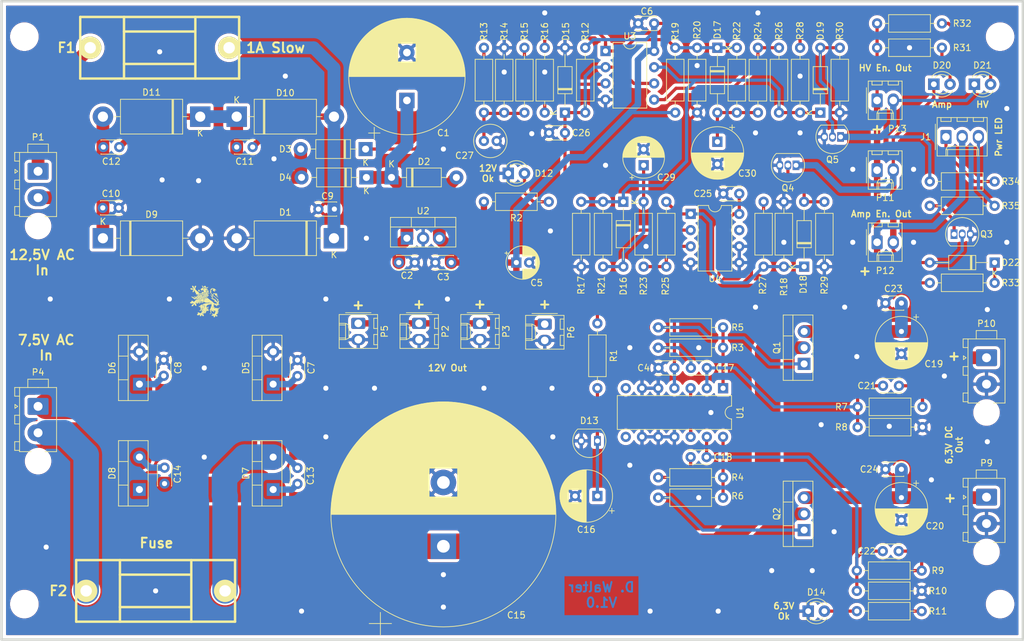
<source format=kicad_pcb>
(kicad_pcb (version 20171130) (host pcbnew "(5.1.9)-1")
  (layers (0 F.Cu signal) (31 B.Cu signal) (34 B.Paste user) (35 F.Paste user) (36 B.SilkS user) (37 F.SilkS user) (38 B.Mask user) (39 F.Mask user) (44 Edge.Cuts user))
  (net 0 "")
  (net 1 "Net-(C1-Pad1)")
  (net 2 GND)
  (net 3 +12V)
  (net 4 "Net-(C13-Pad1)")
  (net 5 "Net-(C11-Pad1)")
  (net 6 "Net-(R3-Pad2)")
  (net 7 "Net-(Q1-Pad1)")
  (net 8 "Net-(Q2-Pad1)")
  (net 9 "Net-(C18-Pad1)")
  (net 10 "Net-(C19-Pad1)")
  (net 11 "Net-(D12-Pad2)")
  (net 12 "Net-(C14-Pad2)")
  (net 13 "Net-(C10-Pad2)")
  (net 14 "Net-(C11-Pad2)")
  (net 15 /6V3/V_Unreg)
  (net 16 /6V3/Reference)
  (net 17 "Net-(C17-Pad2)")
  (net 18 "Net-(C17-Pad1)")
  (net 19 "Net-(C18-Pad2)")
  (net 20 "Net-(C20-Pad1)")
  (net 21 /Delay/Vref)
  (net 22 "Net-(C27-Pad1)")
  (net 23 "Net-(C29-Pad1)")
  (net 24 "Net-(C30-Pad1)")
  (net 25 12V_Rect)
  (net 26 "Net-(D14-Pad2)")
  (net 27 "Net-(D16-Pad1)")
  (net 28 "Net-(D17-Pad1)")
  (net 29 "Net-(D18-Pad2)")
  (net 30 "Net-(D18-Pad1)")
  (net 31 "Net-(D19-Pad2)")
  (net 32 "Net-(D20-Pad2)")
  (net 33 "Net-(D20-Pad1)")
  (net 34 "Net-(D21-Pad2)")
  (net 35 "Net-(D21-Pad1)")
  (net 36 "Net-(F1-Pad1)")
  (net 37 "Net-(F2-Pad2)")
  (net 38 "Net-(R4-Pad2)")
  (net 39 "Net-(R15-Pad1)")
  (net 40 "Net-(R23-Pad2)")
  (net 41 "Net-(R24-Pad2)")
  (net 42 "Net-(D22-Pad1)")
  (net 43 /Delay/LED_R)
  (net 44 /Delay/LED_G)
  (net 45 "Net-(Q3-Pad1)")
  (module Loewe:Loewe_Klein (layer F.Cu) (at 86.487 84.836)
    (fp_text reference G*** hide)
    (fp_text value LOGO hide)
  )
  (module EuroBoard_Outline:EuroBoard160mmX100mm_holes (layer F.Cu) (at 54.61 137.795)
    (fp_text reference REF** hide)
    (fp_text value EuroBoard160mmX100mm_holes)
    (fp_line (start 0 -100) (end 0 0) (layer Edge.Cuts) (width 0.38))
    (fp_line (start 0 0) (end 160 0) (layer Edge.Cuts) (width 0.38))
    (fp_line (start 160 0) (end 160 -100) (layer Edge.Cuts) (width 0.38))
    (fp_line (start 160 -100) (end 0 -100) (layer Edge.Cuts) (width 0.38))
    (pad "" np_thru_hole circle (at 3.57 -5.55) (size 3.5 3.5) (drill 3.5) (layers *.Cu *.Mask))
    (pad "" np_thru_hole circle (at 156.43 -5.55) (size 3.5 3.5) (drill 3.5) (layers *.Cu *.Mask))
    (pad "" np_thru_hole circle (at 156.43 -94.45) (size 3.5 3.5) (drill 3.5) (layers *.Cu *.Mask))
    (pad "" np_thru_hole circle (at 3.57 -94.45) (size 3.5 3.5) (drill 3.5) (layers *.Cu *.Mask))
  )
  (module Capacitor_THT:CP_Radial_D8.0mm_P3.50mm (layer F.Cu) (at 166.751 59.817 270)
    (fp_text reference C30 (at 4.953 -4.699 180) (layer F.SilkS))
    (fp_text value "220µF / 16V")
    (pad 2 thru_hole circle (at 3.5 0 270) (size 1.6 1.6) (drill 0.8) (layers *.Cu *.Mask) (net 2 GND))
    (pad 1 thru_hole rect (at 0 0 270) (size 1.6 1.6) (drill 0.8) (layers *.Cu *.Mask) (net 24 "Net-(C30-Pad1)"))
  )
  (module Capacitor_THT:CP_Radial_D6.3mm_P2.50mm (layer F.Cu) (at 155.194 63.5 90)
    (fp_text reference C29 (at -1.905 3.556 180) (layer F.SilkS))
    (fp_text value "56µF / 16V")
    (pad 2 thru_hole circle (at 2.5 0 90) (size 1.6 1.6) (drill 0.8) (layers *.Cu *.Mask) (net 2 GND))
    (pad 1 thru_hole rect (at 0 0 90) (size 1.6 1.6) (drill 0.8) (layers *.Cu *.Mask) (net 23 "Net-(C29-Pad1)"))
  )
  (module Capacitor_THT:C_Radial_D5.0mm_H11.0mm_P2.00mm (layer F.Cu) (at 130.175 59.69)
    (fp_text reference C27 (at -3.048 2.286) (layer F.SilkS))
    (fp_text value "1µF / 16V")
    (pad 2 thru_hole circle (at 2 0) (size 1.6 1.6) (drill 0.8) (layers *.Cu *.Mask) (net 2 GND))
    (pad 1 thru_hole circle (at 0 0) (size 1.6 1.6) (drill 0.8) (layers *.Cu *.Mask) (net 22 "Net-(C27-Pad1)"))
  )
  (module Capacitor_THT:CP_Radial_D8.0mm_P3.50mm (layer F.Cu) (at 195.58 115.57 270)
    (fp_text reference C20 (at 4.445 -5.25) (layer F.SilkS))
    (fp_text value 680µF)
    (pad 2 thru_hole circle (at 3.5 0 270) (size 1.6 1.6) (drill 0.8) (layers *.Cu *.Mask) (net 2 GND))
    (pad 1 thru_hole rect (at 0 0 270) (size 1.6 1.6) (drill 0.8) (layers *.Cu *.Mask) (net 20 "Net-(C20-Pad1)"))
  )
  (module Capacitor_THT:CP_Radial_D8.0mm_P3.50mm (layer F.Cu) (at 195.58 89.535 270)
    (fp_text reference C19 (at 5.08 -5.08 180) (layer F.SilkS))
    (fp_text value 680µF)
    (pad 2 thru_hole circle (at 3.5 0 270) (size 1.6 1.6) (drill 0.8) (layers *.Cu *.Mask) (net 2 GND))
    (pad 1 thru_hole rect (at 0 0 270) (size 1.6 1.6) (drill 0.8) (layers *.Cu *.Mask) (net 10 "Net-(C19-Pad1)"))
  )
  (module Capacitor_THT:CP_Radial_D8.0mm_P3.50mm (layer F.Cu) (at 147.955 115.316 180)
    (fp_text reference C16 (at 1.75 -5.25) (layer F.SilkS))
    (fp_text value 680µF/16V)
    (pad 2 thru_hole circle (at 3.5 0 180) (size 1.6 1.6) (drill 0.8) (layers *.Cu *.Mask) (net 2 GND))
    (pad 1 thru_hole rect (at 0 0 180) (size 1.6 1.6) (drill 0.8) (layers *.Cu *.Mask) (net 16 /6V3/Reference))
  )
  (module Capacitor_THT:CP_Radial_D5.0mm_P2.00mm (layer F.Cu) (at 135.255 78.74)
    (fp_text reference C5 (at 3.175 3.175) (layer F.SilkS))
    (fp_text value "47µF / 16V")
    (pad 2 thru_hole circle (at 2 0) (size 1.6 1.6) (drill 0.8) (layers *.Cu *.Mask) (net 2 GND))
    (pad 1 thru_hole rect (at 0 0) (size 1.6 1.6) (drill 0.8) (layers *.Cu *.Mask) (net 3 +12V))
  )
  (module Capacitor_THT:CP_Radial_D18.0mm_P7.50mm (layer F.Cu) (at 118.11 53.34 90)
    (fp_text reference C1 (at -5.08 5.715 180) (layer F.SilkS))
    (fp_text value "4700µF / 63V")
    (pad 2 thru_hole circle (at 7.5 0 90) (size 2.4 2.4) (drill 1.2) (layers *.Cu *.Mask) (net 2 GND))
    (pad 1 thru_hole rect (at 0 0 90) (size 2.4 2.4) (drill 1.2) (layers *.Cu *.Mask) (net 1 "Net-(C1-Pad1)"))
  )
  (module Resistor_THT:R_Axial_DIN0207_L6.3mm_D2.5mm_P10.16mm_Horizontal (layer F.Cu) (at 200.025 81.915)
    (fp_text reference R33 (at 12.7 0) (layer F.SilkS))
    (fp_text value 10K)
    (pad 2 thru_hole oval (at 10.16 0) (size 1.6 1.6) (drill 0.8) (layers *.Cu *.Mask) (net 42 "Net-(D22-Pad1)"))
    (pad 1 thru_hole circle (at 0 0) (size 1.6 1.6) (drill 0.8) (layers *.Cu *.Mask) (net 3 +12V))
  )
  (module Package_DIP:DIP-14_W7.62mm (layer F.Cu) (at 167.64 98.425 270)
    (fp_text reference U1 (at 3.81 -2.667 90) (layer F.SilkS))
    (fp_text value LMC6484)
    (pad 14 thru_hole oval (at 7.62 0 270) (size 1.6 1.6) (drill 0.8) (layers *.Cu *.Mask) (net 38 "Net-(R4-Pad2)"))
    (pad 7 thru_hole oval (at 0 15.24 270) (size 1.6 1.6) (drill 0.8) (layers *.Cu *.Mask))
    (pad 13 thru_hole oval (at 7.62 2.54 270) (size 1.6 1.6) (drill 0.8) (layers *.Cu *.Mask) (net 19 "Net-(C18-Pad2)"))
    (pad 6 thru_hole oval (at 0 12.7 270) (size 1.6 1.6) (drill 0.8) (layers *.Cu *.Mask) (net 2 GND))
    (pad 12 thru_hole oval (at 7.62 5.08 270) (size 1.6 1.6) (drill 0.8) (layers *.Cu *.Mask) (net 16 /6V3/Reference))
    (pad 5 thru_hole oval (at 0 10.16 270) (size 1.6 1.6) (drill 0.8) (layers *.Cu *.Mask) (net 2 GND))
    (pad 11 thru_hole oval (at 7.62 7.62 270) (size 1.6 1.6) (drill 0.8) (layers *.Cu *.Mask) (net 2 GND))
    (pad 4 thru_hole oval (at 0 7.62 270) (size 1.6 1.6) (drill 0.8) (layers *.Cu *.Mask) (net 3 +12V))
    (pad 10 thru_hole oval (at 7.62 10.16 270) (size 1.6 1.6) (drill 0.8) (layers *.Cu *.Mask) (net 2 GND))
    (pad 3 thru_hole oval (at 0 5.08 270) (size 1.6 1.6) (drill 0.8) (layers *.Cu *.Mask) (net 16 /6V3/Reference))
    (pad 9 thru_hole oval (at 7.62 12.7 270) (size 1.6 1.6) (drill 0.8) (layers *.Cu *.Mask) (net 2 GND))
    (pad 2 thru_hole oval (at 0 2.54 270) (size 1.6 1.6) (drill 0.8) (layers *.Cu *.Mask) (net 17 "Net-(C17-Pad2)"))
    (pad 8 thru_hole oval (at 7.62 15.24 270) (size 1.6 1.6) (drill 0.8) (layers *.Cu *.Mask))
    (pad 1 thru_hole rect (at 0 0 270) (size 1.6 1.6) (drill 0.8) (layers *.Cu *.Mask) (net 6 "Net-(R3-Pad2)"))
  )
  (module Resistor_THT:R_Axial_DIN0207_L6.3mm_D2.5mm_P10.16mm_Horizontal (layer F.Cu) (at 200.025 69.85)
    (fp_text reference R35 (at 12.7 0) (layer F.SilkS))
    (fp_text value 680R)
    (pad 2 thru_hole oval (at 10.16 0) (size 1.6 1.6) (drill 0.8) (layers *.Cu *.Mask) (net 43 /Delay/LED_R))
    (pad 1 thru_hole circle (at 0 0) (size 1.6 1.6) (drill 0.8) (layers *.Cu *.Mask) (net 45 "Net-(Q3-Pad1)"))
  )
  (module Resistor_THT:R_Axial_DIN0207_L6.3mm_D2.5mm_P10.16mm_Horizontal (layer F.Cu) (at 200.025 66.04)
    (fp_text reference R34 (at 12.7 0) (layer F.SilkS))
    (fp_text value 560R)
    (pad 2 thru_hole oval (at 10.16 0) (size 1.6 1.6) (drill 0.8) (layers *.Cu *.Mask) (net 44 /Delay/LED_G))
    (pad 1 thru_hole circle (at 0 0) (size 1.6 1.6) (drill 0.8) (layers *.Cu *.Mask) (net 35 "Net-(D21-Pad1)"))
  )
  (module Resistor_THT:R_Axial_DIN0207_L6.3mm_D2.5mm_P10.16mm_Horizontal (layer F.Cu) (at 177.165 79.375 90)
    (fp_text reference R18 (at -3.175 0 90) (layer F.SilkS))
    (fp_text value 10K)
    (pad 2 thru_hole oval (at 10.16 0 90) (size 1.6 1.6) (drill 0.8) (layers *.Cu *.Mask) (net 2 GND))
    (pad 1 thru_hole circle (at 0 0 90) (size 1.6 1.6) (drill 0.8) (layers *.Cu *.Mask) (net 30 "Net-(D18-Pad1)"))
  )
  (module Package_TO_SOT_THT:TO-92_Inline (layer F.Cu) (at 203.835 74.295)
    (fp_text reference Q3 (at 5.08 0) (layer F.SilkS))
    (fp_text value BS170)
    (pad 1 thru_hole rect (at 0 0) (size 1.05 1.5) (drill 0.75) (layers *.Cu *.Mask) (net 45 "Net-(Q3-Pad1)"))
    (pad 3 thru_hole oval (at 2.54 0) (size 1.05 1.5) (drill 0.75) (layers *.Cu *.Mask) (net 2 GND))
    (pad 2 thru_hole oval (at 1.27 0) (size 1.05 1.5) (drill 0.75) (layers *.Cu *.Mask) (net 33 "Net-(D20-Pad1)"))
  )
  (module Connector_Molex:Molex_KK-254_AE-6410-03A_1x03_P2.54mm_Vertical (layer F.Cu) (at 202.565 59.055)
    (fp_text reference J1 (at -3.175 0) (layer F.SilkS))
    (fp_text value OP_LED)
    (pad 3 thru_hole oval (at 5.08 0) (size 1.74 2.19) (drill 1.19) (layers *.Cu *.Mask) (net 43 /Delay/LED_R))
    (pad 2 thru_hole oval (at 2.54 0) (size 1.74 2.19) (drill 1.19) (layers *.Cu *.Mask) (net 3 +12V))
    (pad 1 thru_hole roundrect (at 0 0) (size 1.74 2.19) (drill 1.19) (layers *.Cu *.Mask) (roundrect_rratio 0.1436775862068966) (net 44 /Delay/LED_G))
  )
  (module Diode_THT:D_DO-35_SOD27_P10.16mm_Horizontal (layer F.Cu) (at 210.185 78.74 180)
    (fp_text reference D22 (at -2.54 0) (layer F.SilkS))
    (fp_text value ZD5V6)
    (fp_text user K (at 0 -1.8) (layer F.SilkS))
    (pad 2 thru_hole oval (at 10.16 0 180) (size 1.6 1.6) (drill 0.8) (layers *.Cu *.Mask) (net 33 "Net-(D20-Pad1)"))
    (pad 1 thru_hole rect (at 0 0 180) (size 1.6 1.6) (drill 0.8) (layers *.Cu *.Mask) (net 42 "Net-(D22-Pad1)"))
  )
  (module Capacitor_THT:CP_Radial_D35.0mm_P10.00mm_SnapIn (layer F.Cu) (at 123.825 123.19 90)
    (fp_text reference C15 (at -10.795 11.43 180) (layer F.SilkS))
    (fp_text value 33000µF/16V)
    (pad 2 thru_hole circle (at 10 0 90) (size 4 4) (drill 2) (layers *.Cu *.Mask) (net 2 GND))
    (pad 1 thru_hole rect (at 0 0 90) (size 4 4) (drill 2) (layers *.Cu *.Mask) (net 15 /6V3/V_Unreg))
  )
  (module Resistor_THT:R_Axial_DIN0207_L6.3mm_D2.5mm_P10.16mm_Horizontal (layer F.Cu) (at 145.415 69.215 270)
    (fp_text reference R17 (at 13.081 0 90) (layer F.SilkS))
    (fp_text value 10K)
    (pad 2 thru_hole oval (at 10.16 0 270) (size 1.6 1.6) (drill 0.8) (layers *.Cu *.Mask) (net 2 GND))
    (pad 1 thru_hole circle (at 0 0 270) (size 1.6 1.6) (drill 0.8) (layers *.Cu *.Mask) (net 27 "Net-(D16-Pad1)"))
  )
  (module Package_DIP:DIP-8_W7.62mm (layer F.Cu) (at 149.225 45.593)
    (fp_text reference U3 (at 3.81 -2.33) (layer F.SilkS))
    (fp_text value LM393)
    (pad 8 thru_hole oval (at 7.62 0) (size 1.6 1.6) (drill 0.8) (layers *.Cu *.Mask) (net 3 +12V))
    (pad 4 thru_hole oval (at 0 7.62) (size 1.6 1.6) (drill 0.8) (layers *.Cu *.Mask) (net 2 GND))
    (pad 7 thru_hole oval (at 7.62 2.54) (size 1.6 1.6) (drill 0.8) (layers *.Cu *.Mask) (net 27 "Net-(D16-Pad1)"))
    (pad 3 thru_hole oval (at 0 5.08) (size 1.6 1.6) (drill 0.8) (layers *.Cu *.Mask) (net 39 "Net-(R15-Pad1)"))
    (pad 6 thru_hole oval (at 7.62 5.08) (size 1.6 1.6) (drill 0.8) (layers *.Cu *.Mask) (net 21 /Delay/Vref))
    (pad 2 thru_hole oval (at 0 2.54) (size 1.6 1.6) (drill 0.8) (layers *.Cu *.Mask) (net 21 /Delay/Vref))
    (pad 5 thru_hole oval (at 7.62 7.62) (size 1.6 1.6) (drill 0.8) (layers *.Cu *.Mask) (net 41 "Net-(R24-Pad2)"))
    (pad 1 thru_hole rect (at 0 0) (size 1.6 1.6) (drill 0.8) (layers *.Cu *.Mask) (net 28 "Net-(D17-Pad1)"))
  )
  (module Capacitor_THT:C_Disc_D3.0mm_W2.0mm_P2.50mm (layer F.Cu) (at 156.845 41.275 180)
    (fp_text reference C6 (at 1.143 1.905) (layer F.SilkS))
    (fp_text value "100nF / 63V")
    (pad 2 thru_hole circle (at 2.5 0 180) (size 1.6 1.6) (drill 0.8) (layers *.Cu *.Mask) (net 2 GND))
    (pad 1 thru_hole circle (at 0 0 180) (size 1.6 1.6) (drill 0.8) (layers *.Cu *.Mask) (net 3 +12V))
  )
  (module Capacitor_THT:C_Disc_D3.0mm_W2.0mm_P2.50mm (layer F.Cu) (at 192.699 98.044)
    (fp_text reference C21 (at -2.54 0) (layer F.SilkS))
    (fp_text value 1nF)
    (pad 2 thru_hole circle (at 2.5 0) (size 1.6 1.6) (drill 0.8) (layers *.Cu *.Mask) (net 10 "Net-(C19-Pad1)"))
    (pad 1 thru_hole circle (at 0 0) (size 1.6 1.6) (drill 0.8) (layers *.Cu *.Mask) (net 17 "Net-(C17-Pad2)"))
  )
  (module Package_DIP:DIP-8_W7.62mm (layer F.Cu) (at 162.56 71.12)
    (fp_text reference U4 (at 3.81 10.16) (layer F.SilkS))
    (fp_text value LM393)
    (pad 8 thru_hole oval (at 7.62 0) (size 1.6 1.6) (drill 0.8) (layers *.Cu *.Mask) (net 3 +12V))
    (pad 4 thru_hole oval (at 0 7.62) (size 1.6 1.6) (drill 0.8) (layers *.Cu *.Mask) (net 2 GND))
    (pad 7 thru_hole oval (at 7.62 2.54) (size 1.6 1.6) (drill 0.8) (layers *.Cu *.Mask))
    (pad 3 thru_hole oval (at 0 5.08) (size 1.6 1.6) (drill 0.8) (layers *.Cu *.Mask) (net 40 "Net-(R23-Pad2)"))
    (pad 6 thru_hole oval (at 7.62 5.08) (size 1.6 1.6) (drill 0.8) (layers *.Cu *.Mask) (net 2 GND))
    (pad 2 thru_hole oval (at 0 2.54) (size 1.6 1.6) (drill 0.8) (layers *.Cu *.Mask) (net 21 /Delay/Vref))
    (pad 5 thru_hole oval (at 7.62 7.62) (size 1.6 1.6) (drill 0.8) (layers *.Cu *.Mask) (net 2 GND))
    (pad 1 thru_hole rect (at 0 0) (size 1.6 1.6) (drill 0.8) (layers *.Cu *.Mask) (net 30 "Net-(D18-Pad1)"))
  )
  (module Package_TO_SOT_THT:TO-220-3_Vertical (layer F.Cu) (at 118.11 74.93)
    (fp_text reference U2 (at 2.54 -4.27) (layer F.SilkS))
    (fp_text value LM7812CT)
    (pad 3 thru_hole oval (at 5.08 0) (size 1.905 2) (drill 1.1) (layers *.Cu *.Mask) (net 3 +12V))
    (pad 2 thru_hole oval (at 2.54 0) (size 1.905 2) (drill 1.1) (layers *.Cu *.Mask) (net 2 GND))
    (pad 1 thru_hole rect (at 0 0) (size 1.905 2) (drill 1.1) (layers *.Cu *.Mask) (net 1 "Net-(C1-Pad1)"))
  )
  (module Resistor_THT:R_Axial_DIN0207_L6.3mm_D2.5mm_P10.16mm_Horizontal (layer F.Cu) (at 191.77 41.275)
    (fp_text reference R32 (at 13.335 0) (layer F.SilkS))
    (fp_text value 560)
    (pad 2 thru_hole oval (at 10.16 0) (size 1.6 1.6) (drill 0.8) (layers *.Cu *.Mask) (net 34 "Net-(D21-Pad2)"))
    (pad 1 thru_hole circle (at 0 0) (size 1.6 1.6) (drill 0.8) (layers *.Cu *.Mask) (net 3 +12V))
  )
  (module Resistor_THT:R_Axial_DIN0207_L6.3mm_D2.5mm_P10.16mm_Horizontal (layer F.Cu) (at 191.77 45.085)
    (fp_text reference R31 (at 13.335 0) (layer F.SilkS))
    (fp_text value 560R)
    (pad 2 thru_hole oval (at 10.16 0) (size 1.6 1.6) (drill 0.8) (layers *.Cu *.Mask) (net 32 "Net-(D20-Pad2)"))
    (pad 1 thru_hole circle (at 0 0) (size 1.6 1.6) (drill 0.8) (layers *.Cu *.Mask) (net 3 +12V))
  )
  (module Resistor_THT:R_Axial_DIN0207_L6.3mm_D2.5mm_P10.16mm_Horizontal (layer F.Cu) (at 185.928 45.085 270)
    (fp_text reference R30 (at -2.667 0 90) (layer F.SilkS))
    (fp_text value 10K)
    (pad 2 thru_hole oval (at 10.16 0 270) (size 1.6 1.6) (drill 0.8) (layers *.Cu *.Mask) (net 2 GND))
    (pad 1 thru_hole circle (at 0 0 270) (size 1.6 1.6) (drill 0.8) (layers *.Cu *.Mask) (net 31 "Net-(D19-Pad2)"))
  )
  (module Resistor_THT:R_Axial_DIN0207_L6.3mm_D2.5mm_P10.16mm_Horizontal (layer F.Cu) (at 183.515 69.215 270)
    (fp_text reference R29 (at 13.081 0 90) (layer F.SilkS))
    (fp_text value 10K)
    (pad 2 thru_hole oval (at 10.16 0 270) (size 1.6 1.6) (drill 0.8) (layers *.Cu *.Mask) (net 2 GND))
    (pad 1 thru_hole circle (at 0 0 270) (size 1.6 1.6) (drill 0.8) (layers *.Cu *.Mask) (net 29 "Net-(D18-Pad2)"))
  )
  (module Resistor_THT:R_Axial_DIN0207_L6.3mm_D2.5mm_P10.16mm_Horizontal (layer F.Cu) (at 179.705 45.085 270)
    (fp_text reference R28 (at -2.667 0 90) (layer F.SilkS))
    (fp_text value 10K)
    (pad 2 thru_hole oval (at 10.16 0 270) (size 1.6 1.6) (drill 0.8) (layers *.Cu *.Mask) (net 27 "Net-(D16-Pad1)"))
    (pad 1 thru_hole circle (at 0 0 270) (size 1.6 1.6) (drill 0.8) (layers *.Cu *.Mask) (net 3 +12V))
  )
  (module Resistor_THT:R_Axial_DIN0207_L6.3mm_D2.5mm_P10.16mm_Horizontal (layer F.Cu) (at 173.99 69.215 270)
    (fp_text reference R27 (at 13.081 0.127 90) (layer F.SilkS))
    (fp_text value 10K)
    (pad 2 thru_hole oval (at 10.16 0 270) (size 1.6 1.6) (drill 0.8) (layers *.Cu *.Mask) (net 30 "Net-(D18-Pad1)"))
    (pad 1 thru_hole circle (at 0 0 270) (size 1.6 1.6) (drill 0.8) (layers *.Cu *.Mask) (net 3 +12V))
  )
  (module Resistor_THT:R_Axial_DIN0207_L6.3mm_D2.5mm_P10.16mm_Horizontal (layer F.Cu) (at 176.403 45.085 270)
    (fp_text reference R26 (at -2.667 0 90) (layer F.SilkS))
    (fp_text value 5M1)
    (pad 2 thru_hole oval (at 10.16 0 270) (size 1.6 1.6) (drill 0.8) (layers *.Cu *.Mask) (net 27 "Net-(D16-Pad1)"))
    (pad 1 thru_hole circle (at 0 0 270) (size 1.6 1.6) (drill 0.8) (layers *.Cu *.Mask) (net 41 "Net-(R24-Pad2)"))
  )
  (module Resistor_THT:R_Axial_DIN0207_L6.3mm_D2.5mm_P10.16mm_Horizontal (layer F.Cu) (at 158.75 79.375 90)
    (fp_text reference R25 (at -3.048 -0.127 90) (layer F.SilkS))
    (fp_text value 5M1)
    (pad 2 thru_hole oval (at 10.16 0 90) (size 1.6 1.6) (drill 0.8) (layers *.Cu *.Mask) (net 30 "Net-(D18-Pad1)"))
    (pad 1 thru_hole circle (at 0 0 90) (size 1.6 1.6) (drill 0.8) (layers *.Cu *.Mask) (net 40 "Net-(R23-Pad2)"))
  )
  (module Resistor_THT:R_Axial_DIN0207_L6.3mm_D2.5mm_P10.16mm_Horizontal (layer F.Cu) (at 173.101 55.245 90)
    (fp_text reference R24 (at 12.827 0 90) (layer F.SilkS))
    (fp_text value 10K)
    (pad 2 thru_hole oval (at 10.16 0 90) (size 1.6 1.6) (drill 0.8) (layers *.Cu *.Mask) (net 41 "Net-(R24-Pad2)"))
    (pad 1 thru_hole circle (at 0 0 90) (size 1.6 1.6) (drill 0.8) (layers *.Cu *.Mask) (net 24 "Net-(C30-Pad1)"))
  )
  (module Package_TO_SOT_THT:TO-92_Inline (layer F.Cu) (at 186.055 59.055 180)
    (fp_text reference Q5 (at 1.27 -3.56) (layer F.SilkS))
    (fp_text value BS170)
    (pad 1 thru_hole rect (at 0 0 180) (size 1.05 1.5) (drill 0.75) (layers *.Cu *.Mask) (net 35 "Net-(D21-Pad1)"))
    (pad 3 thru_hole oval (at 2.54 0 180) (size 1.05 1.5) (drill 0.75) (layers *.Cu *.Mask) (net 2 GND))
    (pad 2 thru_hole oval (at 1.27 0 180) (size 1.05 1.5) (drill 0.75) (layers *.Cu *.Mask) (net 31 "Net-(D19-Pad2)"))
  )
  (module Package_TO_SOT_THT:TO-92_Inline (layer F.Cu) (at 179.07 63.5 180)
    (fp_text reference Q4 (at 1.27 -3.56) (layer F.SilkS))
    (fp_text value BS170)
    (pad 1 thru_hole rect (at 0 0 180) (size 1.05 1.5) (drill 0.75) (layers *.Cu *.Mask) (net 33 "Net-(D20-Pad1)"))
    (pad 3 thru_hole oval (at 2.54 0 180) (size 1.05 1.5) (drill 0.75) (layers *.Cu *.Mask) (net 2 GND))
    (pad 2 thru_hole oval (at 1.27 0 180) (size 1.05 1.5) (drill 0.75) (layers *.Cu *.Mask) (net 29 "Net-(D18-Pad2)"))
  )
  (module Connector_Molex:Molex_KK-254_AE-6410-02A_1x02_P2.54mm_Vertical (layer F.Cu) (at 191.77 53.34)
    (fp_text reference P13 (at 3.175 4.445) (layer F.SilkS))
    (fp_text value Relais)
    (pad 2 thru_hole oval (at 2.54 0) (size 1.74 2.19) (drill 1.19) (layers *.Cu *.Mask) (net 35 "Net-(D21-Pad1)"))
    (pad 1 thru_hole roundrect (at 0 0) (size 1.74 2.19) (drill 1.19) (layers *.Cu *.Mask) (roundrect_rratio 0.1436775862068966) (net 3 +12V))
  )
  (module Connector_Molex:Molex_KK-254_AE-6410-02A_1x02_P2.54mm_Vertical (layer F.Cu) (at 191.77 75.565)
    (fp_text reference P12 (at 1.27 4.445) (layer F.SilkS))
    (fp_text value Relais)
    (pad 2 thru_hole oval (at 2.54 0) (size 1.74 2.19) (drill 1.19) (layers *.Cu *.Mask) (net 33 "Net-(D20-Pad1)"))
    (pad 1 thru_hole roundrect (at 0 0) (size 1.74 2.19) (drill 1.19) (layers *.Cu *.Mask) (roundrect_rratio 0.1436775862068966) (net 3 +12V))
  )
  (module Connector_Molex:Molex_KK-254_AE-6410-02A_1x02_P2.54mm_Vertical (layer F.Cu) (at 191.77 64.262)
    (fp_text reference P11 (at 1.27 4.318) (layer F.SilkS))
    (fp_text value Relais)
    (pad 2 thru_hole oval (at 2.54 0) (size 1.74 2.19) (drill 1.19) (layers *.Cu *.Mask) (net 33 "Net-(D20-Pad1)"))
    (pad 1 thru_hole roundrect (at 0 0) (size 1.74 2.19) (drill 1.19) (layers *.Cu *.Mask) (roundrect_rratio 0.1436775862068966) (net 3 +12V))
  )
  (module Connector_TE-Connectivity:TE_MATE-N-LOK_1-770866-x_1x02_P4.14mm_Vertical (layer F.Cu) (at 208.915 93.65)
    (fp_text reference P10 (at 0 -5.35) (layer F.SilkS))
    (fp_text value 6V3_DC_1)
    (pad "" np_thru_hole circle (at 0 8.58) (size 3.18 3.18) (drill 3.18) (layers *.Cu *.Mask))
    (pad 2 thru_hole oval (at 0 4.14) (size 3.3 2.64) (drill 1.4) (layers *.Cu *.Mask) (net 2 GND))
    (pad 1 thru_hole roundrect (at 0 0) (size 3.3 2.64) (drill 1.4) (layers *.Cu *.Mask) (roundrect_rratio 0.0946969696969697) (net 10 "Net-(C19-Pad1)"))
  )
  (module Connector_TE-Connectivity:TE_MATE-N-LOK_1-770866-x_1x02_P4.14mm_Vertical (layer F.Cu) (at 208.915 115.494)
    (fp_text reference P9 (at 0 -5.35) (layer F.SilkS))
    (fp_text value 6V3_DC_2)
    (pad "" np_thru_hole circle (at 0 8.58) (size 3.18 3.18) (drill 3.18) (layers *.Cu *.Mask))
    (pad 2 thru_hole oval (at 0 4.14) (size 3.3 2.64) (drill 1.4) (layers *.Cu *.Mask) (net 2 GND))
    (pad 1 thru_hole roundrect (at 0 0) (size 3.3 2.64) (drill 1.4) (layers *.Cu *.Mask) (roundrect_rratio 0.0946969696969697) (net 20 "Net-(C20-Pad1)"))
  )
  (module Connector_Molex:Molex_KK-254_AE-6410-02A_1x02_P2.54mm_Vertical (layer F.Cu) (at 139.7 88.392 270)
    (fp_text reference P6 (at 1.27 -4.12 90) (layer F.SilkS))
    (fp_text value 12V_DC_4)
    (pad 2 thru_hole oval (at 2.54 0 270) (size 1.74 2.19) (drill 1.19) (layers *.Cu *.Mask) (net 2 GND))
    (pad 1 thru_hole roundrect (at 0 0 270) (size 1.74 2.19) (drill 1.19) (layers *.Cu *.Mask) (roundrect_rratio 0.1436775862068966) (net 3 +12V))
  )
  (module Connector_Molex:Molex_KK-254_AE-6410-02A_1x02_P2.54mm_Vertical (layer F.Cu) (at 129.54 88.265 270)
    (fp_text reference P3 (at 1.27 -4.12 90) (layer F.SilkS))
    (fp_text value 12V_DC_2)
    (pad 2 thru_hole oval (at 2.54 0 270) (size 1.74 2.19) (drill 1.19) (layers *.Cu *.Mask) (net 2 GND))
    (pad 1 thru_hole roundrect (at 0 0 270) (size 1.74 2.19) (drill 1.19) (layers *.Cu *.Mask) (roundrect_rratio 0.1436775862068966) (net 3 +12V))
  )
  (module w_misc_comp:fuse_holder_CQ-2 (layer F.Cu) (at 78.74 130.175 270)
    (fp_text reference F2 (at 0 15.24 180) (layer F.SilkS) (effects (font (size 1.524 1.524) (thickness 0.3048))))
    (fp_text value Fuse (at -7.493 -0.127 180) (layer F.SilkS) (effects (font (size 1.524 1.524) (thickness 0.3048))))
    (pad 2 thru_hole circle (at 0 10.8839 270) (size 3.50012 3.50012) (drill 1.80086) (layers *.Cu *.Mask F.SilkS) (net 37 "Net-(F2-Pad2)"))
    (pad 1 thru_hole circle (at 0 -10.8839 270) (size 3.50012 3.50012) (drill 1.80086) (layers *.Cu *.Mask F.SilkS) (net 4 "Net-(C13-Pad1)"))
  )
  (module LED_THT:LED_D3.0mm (layer F.Cu) (at 207.01 50.8)
    (fp_text reference D21 (at 1.27 -2.96) (layer F.SilkS))
    (fp_text value LED)
    (pad 2 thru_hole circle (at 2.54 0) (size 1.8 1.8) (drill 0.9) (layers *.Cu *.Mask) (net 34 "Net-(D21-Pad2)"))
    (pad 1 thru_hole rect (at 0 0) (size 1.8 1.8) (drill 0.9) (layers *.Cu *.Mask) (net 35 "Net-(D21-Pad1)"))
  )
  (module LED_THT:LED_D3.0mm (layer F.Cu) (at 200.66 50.8)
    (fp_text reference D20 (at 1.27 -2.96) (layer F.SilkS))
    (fp_text value LED)
    (pad 2 thru_hole circle (at 2.54 0) (size 1.8 1.8) (drill 0.9) (layers *.Cu *.Mask) (net 32 "Net-(D20-Pad2)"))
    (pad 1 thru_hole rect (at 0 0) (size 1.8 1.8) (drill 0.9) (layers *.Cu *.Mask) (net 33 "Net-(D20-Pad1)"))
  )
  (module Diode_THT:D_DO-35_SOD27_P10.16mm_Horizontal (layer F.Cu) (at 182.88 55.245 90)
    (fp_text reference D19 (at 12.827 0 90) (layer F.SilkS))
    (fp_text value ZD5V6)
    (fp_text user K (at 0 -1.8 90) (layer F.SilkS))
    (pad 2 thru_hole oval (at 10.16 0 90) (size 1.6 1.6) (drill 0.8) (layers *.Cu *.Mask) (net 31 "Net-(D19-Pad2)"))
    (pad 1 thru_hole rect (at 0 0 90) (size 1.6 1.6) (drill 0.8) (layers *.Cu *.Mask) (net 27 "Net-(D16-Pad1)"))
  )
  (module Diode_THT:D_DO-35_SOD27_P10.16mm_Horizontal (layer F.Cu) (at 180.34 79.375 90)
    (fp_text reference D18 (at -2.794 -0.127 90) (layer F.SilkS))
    (fp_text value ZD5V6)
    (fp_text user K (at 0 -1.8 90) (layer F.SilkS))
    (pad 2 thru_hole oval (at 10.16 0 90) (size 1.6 1.6) (drill 0.8) (layers *.Cu *.Mask) (net 29 "Net-(D18-Pad2)"))
    (pad 1 thru_hole rect (at 0 0 90) (size 1.6 1.6) (drill 0.8) (layers *.Cu *.Mask) (net 30 "Net-(D18-Pad1)"))
  )
  (module Diode_THT:D_DO-35_SOD27_P10.16mm_Horizontal (layer F.Cu) (at 166.751 45.085 270)
    (fp_text reference D17 (at -2.794 0 90) (layer F.SilkS))
    (fp_text value 1N4148)
    (fp_text user K (at 0 -1.8 90) (layer F.SilkS))
    (pad 2 thru_hole oval (at 10.16 0 270) (size 1.6 1.6) (drill 0.8) (layers *.Cu *.Mask) (net 24 "Net-(C30-Pad1)"))
    (pad 1 thru_hole rect (at 0 0 270) (size 1.6 1.6) (drill 0.8) (layers *.Cu *.Mask) (net 28 "Net-(D17-Pad1)"))
  )
  (module Diode_THT:D_DO-35_SOD27_P10.16mm_Horizontal (layer F.Cu) (at 152.019 69.215 270)
    (fp_text reference D16 (at 13.208 0 90) (layer F.SilkS))
    (fp_text value 1N4148)
    (fp_text user K (at 0 -1.8 90) (layer F.SilkS))
    (pad 2 thru_hole oval (at 10.16 0 270) (size 1.6 1.6) (drill 0.8) (layers *.Cu *.Mask) (net 23 "Net-(C29-Pad1)"))
    (pad 1 thru_hole rect (at 0 0 270) (size 1.6 1.6) (drill 0.8) (layers *.Cu *.Mask) (net 27 "Net-(D16-Pad1)"))
  )
  (module Diode_THT:D_DO-35_SOD27_P10.16mm_Horizontal (layer F.Cu) (at 142.875 55.245 90)
    (fp_text reference D15 (at 12.7 0.127 90) (layer F.SilkS))
    (fp_text value ZD3V9)
    (fp_text user K (at 0 -1.8 90) (layer F.SilkS))
    (pad 2 thru_hole oval (at 10.16 0 90) (size 1.6 1.6) (drill 0.8) (layers *.Cu *.Mask) (net 2 GND))
    (pad 1 thru_hole rect (at 0 0 90) (size 1.6 1.6) (drill 0.8) (layers *.Cu *.Mask) (net 21 /Delay/Vref))
  )
  (module LED_THT:LED_D3.0mm (layer F.Cu) (at 180.975 133.35)
    (fp_text reference D14 (at 1.27 -2.96) (layer F.SilkS))
    (fp_text value LED)
    (pad 2 thru_hole circle (at 2.54 0) (size 1.8 1.8) (drill 0.9) (layers *.Cu *.Mask) (net 26 "Net-(D14-Pad2)"))
    (pad 1 thru_hole rect (at 0 0) (size 1.8 1.8) (drill 0.9) (layers *.Cu *.Mask) (net 2 GND))
  )
  (module Package_TO_SOT_THT:TO-92-2 (layer F.Cu) (at 147.955 106.68 180)
    (fp_text reference D13 (at 1.27 3.175) (layer F.SilkS))
    (fp_text value LM385Z-1.2)
    (pad 1 thru_hole rect (at 0 0 180) (size 1.05 1.5) (drill 0.75) (layers *.Cu *.Mask) (net 16 /6V3/Reference))
    (pad 2 thru_hole oval (at 2.54 0 180) (size 1.05 1.5) (drill 0.75) (layers *.Cu *.Mask) (net 2 GND))
  )
  (module Diode_THT:D_DO-201AD_P15.24mm_Horizontal (layer F.Cu) (at 85.725 55.88 180)
    (fp_text reference D11 (at 7.62 3.81) (layer F.SilkS))
    (fp_text value SB350)
    (fp_text user K (at 0 -2.6) (layer F.SilkS))
    (pad 2 thru_hole oval (at 15.24 0 180) (size 3.2 3.2) (drill 1.6) (layers *.Cu *.Mask) (net 13 "Net-(C10-Pad2)"))
    (pad 1 thru_hole rect (at 0 0 180) (size 3.2 3.2) (drill 1.6) (layers *.Cu *.Mask) (net 14 "Net-(C11-Pad2)"))
  )
  (module Diode_THT:D_DO-201AD_P15.24mm_Horizontal (layer F.Cu) (at 91.44 55.88)
    (fp_text reference D10 (at 7.62 -3.72) (layer F.SilkS))
    (fp_text value SB350)
    (fp_text user K (at 0 -2.6) (layer F.SilkS))
    (pad 2 thru_hole oval (at 15.24 0) (size 3.2 3.2) (drill 1.6) (layers *.Cu *.Mask) (net 5 "Net-(C11-Pad1)"))
    (pad 1 thru_hole rect (at 0 0) (size 3.2 3.2) (drill 1.6) (layers *.Cu *.Mask) (net 14 "Net-(C11-Pad2)"))
  )
  (module Diode_THT:D_DO-201AD_P15.24mm_Horizontal (layer F.Cu) (at 70.485 74.93)
    (fp_text reference D9 (at 7.62 -3.72) (layer F.SilkS))
    (fp_text value SB350)
    (fp_text user K (at 0 -2.6) (layer F.SilkS))
    (pad 2 thru_hole oval (at 15.24 0) (size 3.2 3.2) (drill 1.6) (layers *.Cu *.Mask) (net 2 GND))
    (pad 1 thru_hole rect (at 0 0) (size 3.2 3.2) (drill 1.6) (layers *.Cu *.Mask) (net 13 "Net-(C10-Pad2)"))
  )
  (module Package_TO_SOT_THT:TO-220-2_Vertical (layer F.Cu) (at 97.155 114.3 90)
    (fp_text reference D7 (at 2.54 -4.27 90) (layer F.SilkS))
    (fp_text value MBR1645)
    (pad 2 thru_hole oval (at 5.08 0 90) (size 2 2) (drill 1.1) (layers *.Cu *.Mask) (net 4 "Net-(C13-Pad1)"))
    (pad 1 thru_hole rect (at 0 0 90) (size 2 2) (drill 1.1) (layers *.Cu *.Mask) (net 15 /6V3/V_Unreg))
  )
  (module Package_TO_SOT_THT:TO-220-2_Vertical (layer F.Cu) (at 76.2 97.79 90)
    (fp_text reference D6 (at 2.54 -4.27 90) (layer F.SilkS))
    (fp_text value MBR1645)
    (pad 2 thru_hole oval (at 5.08 0 90) (size 2 2) (drill 1.1) (layers *.Cu *.Mask) (net 2 GND))
    (pad 1 thru_hole rect (at 0 0 90) (size 2 2) (drill 1.1) (layers *.Cu *.Mask) (net 12 "Net-(C14-Pad2)"))
  )
  (module Package_TO_SOT_THT:TO-220-2_Vertical (layer F.Cu) (at 97.155 97.79 90)
    (fp_text reference D5 (at 2.54 -4.27 90) (layer F.SilkS))
    (fp_text value MBR1645)
    (pad 2 thru_hole oval (at 5.08 0 90) (size 2 2) (drill 1.1) (layers *.Cu *.Mask) (net 2 GND))
    (pad 1 thru_hole rect (at 0 0 90) (size 2 2) (drill 1.1) (layers *.Cu *.Mask) (net 4 "Net-(C13-Pad1)"))
  )
  (module Diode_THT:D_DO-41_SOD81_P10.16mm_Horizontal (layer F.Cu) (at 111.76 65.405 180)
    (fp_text reference D4 (at 12.7 0) (layer F.SilkS))
    (fp_text value SB350)
    (fp_text user K (at 0 -2.1) (layer F.SilkS))
    (pad 2 thru_hole oval (at 10.16 0 180) (size 2.2 2.2) (drill 1.1) (layers *.Cu *.Mask) (net 14 "Net-(C11-Pad2)"))
    (pad 1 thru_hole rect (at 0 0 180) (size 2.2 2.2) (drill 1.1) (layers *.Cu *.Mask) (net 1 "Net-(C1-Pad1)"))
  )
  (module Diode_THT:D_DO-41_SOD81_P10.16mm_Horizontal (layer F.Cu) (at 111.633 60.96 180)
    (fp_text reference D3 (at 12.573 0) (layer F.SilkS))
    (fp_text value SB190)
    (fp_text user K (at 0 -2.1) (layer F.SilkS))
    (pad 2 thru_hole oval (at 10.16 0 180) (size 2.2 2.2) (drill 1.1) (layers *.Cu *.Mask) (net 14 "Net-(C11-Pad2)"))
    (pad 1 thru_hole rect (at 0 0 180) (size 2.2 2.2) (drill 1.1) (layers *.Cu *.Mask) (net 25 12V_Rect))
  )
  (module Diode_THT:D_DO-41_SOD81_P10.16mm_Horizontal (layer F.Cu) (at 115.697 65.405)
    (fp_text reference D2 (at 5.08 -2.47) (layer F.SilkS))
    (fp_text value 1N4001)
    (fp_text user K (at 0 -2.1) (layer F.SilkS))
    (pad 2 thru_hole oval (at 10.16 0) (size 2.2 2.2) (drill 1.1) (layers *.Cu *.Mask) (net 3 +12V))
    (pad 1 thru_hole rect (at 0 0) (size 2.2 2.2) (drill 1.1) (layers *.Cu *.Mask) (net 1 "Net-(C1-Pad1)"))
  )
  (module Diode_THT:D_DO-201AD_P15.24mm_Horizontal (layer F.Cu) (at 106.68 74.93 180)
    (fp_text reference D1 (at 7.62 4.064) (layer F.SilkS))
    (fp_text value SB350)
    (fp_text user K (at 0 -2.6) (layer F.SilkS))
    (pad 2 thru_hole oval (at 15.24 0 180) (size 3.2 3.2) (drill 1.6) (layers *.Cu *.Mask) (net 2 GND))
    (pad 1 thru_hole rect (at 0 0 180) (size 3.2 3.2) (drill 1.6) (layers *.Cu *.Mask) (net 5 "Net-(C11-Pad1)"))
  )
  (module Capacitor_THT:C_Disc_D3.0mm_W2.0mm_P2.50mm (layer F.Cu) (at 142.875 58.42 180)
    (fp_text reference C26 (at -2.54 0) (layer F.SilkS))
    (fp_text value "100nF / 63V")
    (pad 2 thru_hole circle (at 2.5 0 180) (size 1.6 1.6) (drill 0.8) (layers *.Cu *.Mask) (net 2 GND))
    (pad 1 thru_hole circle (at 0 0 180) (size 1.6 1.6) (drill 0.8) (layers *.Cu *.Mask) (net 21 /Delay/Vref))
  )
  (module Capacitor_THT:C_Disc_D3.0mm_W2.0mm_P2.50mm (layer F.Cu) (at 170.18 67.945 180)
    (fp_text reference C25 (at 5.715 0) (layer F.SilkS))
    (fp_text value "100nF / 63V")
    (pad 2 thru_hole circle (at 2.5 0 180) (size 1.6 1.6) (drill 0.8) (layers *.Cu *.Mask) (net 2 GND))
    (pad 1 thru_hole circle (at 0 0 180) (size 1.6 1.6) (drill 0.8) (layers *.Cu *.Mask) (net 3 +12V))
  )
  (module Capacitor_THT:C_Disc_D3.0mm_W2.0mm_P2.50mm (layer F.Cu) (at 193.08 111.125)
    (fp_text reference C24 (at -2.54 0) (layer F.SilkS))
    (fp_text value 100nF)
    (pad 2 thru_hole circle (at 2.5 0) (size 1.6 1.6) (drill 0.8) (layers *.Cu *.Mask) (net 20 "Net-(C20-Pad1)"))
    (pad 1 thru_hole circle (at 0 0) (size 1.6 1.6) (drill 0.8) (layers *.Cu *.Mask) (net 2 GND))
  )
  (module Capacitor_THT:C_Disc_D3.0mm_W2.0mm_P2.50mm (layer F.Cu) (at 193.08 85.09)
    (fp_text reference C23 (at 1.25 -2.25) (layer F.SilkS))
    (fp_text value 100nF)
    (pad 2 thru_hole circle (at 2.5 0) (size 1.6 1.6) (drill 0.8) (layers *.Cu *.Mask) (net 10 "Net-(C19-Pad1)"))
    (pad 1 thru_hole circle (at 0 0) (size 1.6 1.6) (drill 0.8) (layers *.Cu *.Mask) (net 2 GND))
  )
  (module Capacitor_THT:C_Disc_D3.0mm_W2.0mm_P2.50mm (layer F.Cu) (at 192.659 123.952)
    (fp_text reference C22 (at -2.54 0) (layer F.SilkS))
    (fp_text value 1nF)
    (pad 2 thru_hole circle (at 2.5 0) (size 1.6 1.6) (drill 0.8) (layers *.Cu *.Mask) (net 20 "Net-(C20-Pad1)"))
    (pad 1 thru_hole circle (at 0 0) (size 1.6 1.6) (drill 0.8) (layers *.Cu *.Mask) (net 19 "Net-(C18-Pad2)"))
  )
  (module Capacitor_THT:C_Disc_D3.0mm_W2.0mm_P2.50mm (layer F.Cu) (at 73.0485 60.6425 180)
    (fp_text reference C12 (at 1.25 -2.25) (layer F.SilkS))
    (fp_text value 22nF)
    (pad 2 thru_hole circle (at 2.5 0 180) (size 1.6 1.6) (drill 0.8) (layers *.Cu *.Mask) (net 13 "Net-(C10-Pad2)"))
    (pad 1 thru_hole circle (at 0 0 180) (size 1.6 1.6) (drill 0.8) (layers *.Cu *.Mask) (net 14 "Net-(C11-Pad2)"))
  )
  (module Capacitor_THT:C_Disc_D3.0mm_W2.0mm_P2.50mm (layer F.Cu) (at 93.94 60.6425 180)
    (fp_text reference C11 (at 1.25 -2.25) (layer F.SilkS))
    (fp_text value 22nF)
    (pad 2 thru_hole circle (at 2.5 0 180) (size 1.6 1.6) (drill 0.8) (layers *.Cu *.Mask) (net 14 "Net-(C11-Pad2)"))
    (pad 1 thru_hole circle (at 0 0 180) (size 1.6 1.6) (drill 0.8) (layers *.Cu *.Mask) (net 5 "Net-(C11-Pad1)"))
  )
  (module Capacitor_THT:C_Disc_D3.0mm_W2.0mm_P2.50mm (layer F.Cu) (at 72.9615 70.1675 180)
    (fp_text reference C10 (at 1.2065 2.2225) (layer F.SilkS))
    (fp_text value 22nF)
    (pad 2 thru_hole circle (at 2.5 0 180) (size 1.6 1.6) (drill 0.8) (layers *.Cu *.Mask) (net 13 "Net-(C10-Pad2)"))
    (pad 1 thru_hole circle (at 0 0 180) (size 1.6 1.6) (drill 0.8) (layers *.Cu *.Mask) (net 2 GND))
  )
  (module Capacitor_THT:C_Disc_D3.0mm_W2.0mm_P2.50mm (layer F.Cu) (at 125.055 78.74 180)
    (fp_text reference C3 (at 1.25 -2.25) (layer F.SilkS))
    (fp_text value "100nF / 16V")
    (pad 2 thru_hole circle (at 2.5 0 180) (size 1.6 1.6) (drill 0.8) (layers *.Cu *.Mask) (net 2 GND))
    (pad 1 thru_hole circle (at 0 0 180) (size 1.6 1.6) (drill 0.8) (layers *.Cu *.Mask) (net 3 +12V))
  )
  (module Resistor_THT:R_Axial_DIN0207_L6.3mm_D2.5mm_P10.16mm_Horizontal (layer F.Cu) (at 155.194 69.215 270)
    (fp_text reference R23 (at 13.208 0 90) (layer F.SilkS))
    (fp_text value 10K)
    (pad 2 thru_hole oval (at 10.16 0 270) (size 1.6 1.6) (drill 0.8) (layers *.Cu *.Mask) (net 40 "Net-(R23-Pad2)"))
    (pad 1 thru_hole circle (at 0 0 270) (size 1.6 1.6) (drill 0.8) (layers *.Cu *.Mask) (net 23 "Net-(C29-Pad1)"))
  )
  (module LED_THT:LED_D3.0mm (layer F.Cu) (at 133.985 64.77)
    (fp_text reference D12 (at 5.588 0) (layer F.SilkS))
    (fp_text value LED)
    (pad 2 thru_hole circle (at 2.54 0) (size 1.8 1.8) (drill 0.9) (layers *.Cu *.Mask) (net 11 "Net-(D12-Pad2)"))
    (pad 1 thru_hole rect (at 0 0) (size 1.8 1.8) (drill 0.9) (layers *.Cu *.Mask) (net 2 GND))
  )
  (module Resistor_THT:R_Axial_DIN0207_L6.3mm_D2.5mm_P10.16mm_Horizontal (layer F.Cu) (at 169.799 45.085 270)
    (fp_text reference R22 (at -2.667 0 90) (layer F.SilkS))
    (fp_text value 620K)
    (pad 2 thru_hole oval (at 10.16 0 270) (size 1.6 1.6) (drill 0.8) (layers *.Cu *.Mask) (net 24 "Net-(C30-Pad1)"))
    (pad 1 thru_hole circle (at 0 0 270) (size 1.6 1.6) (drill 0.8) (layers *.Cu *.Mask) (net 28 "Net-(D17-Pad1)"))
  )
  (module w_misc_comp:fuse_holder_CQ-2 (layer F.Cu) (at 79.375 45.085 90)
    (fp_text reference F1 (at 0 -14.605) (layer F.SilkS) (effects (font (size 1.524 1.524) (thickness 0.3048))))
    (fp_text value "1A Slow" (at 0 18.161 180) (layer F.SilkS) (effects (font (size 1.524 1.524) (thickness 0.3048))))
    (pad 2 thru_hole circle (at 0 10.8839 90) (size 3.50012 3.50012) (drill 1.80086) (layers *.Cu *.Mask F.SilkS) (net 5 "Net-(C11-Pad1)"))
    (pad 1 thru_hole circle (at 0 -10.8839 90) (size 3.50012 3.50012) (drill 1.80086) (layers *.Cu *.Mask F.SilkS) (net 36 "Net-(F1-Pad1)"))
  )
  (module Resistor_THT:R_Axial_DIN0207_L6.3mm_D2.5mm_P10.16mm_Horizontal (layer F.Cu) (at 148.844 69.215 270)
    (fp_text reference R21 (at 13.081 0.254 90) (layer F.SilkS))
    (fp_text value 470K)
    (pad 2 thru_hole oval (at 10.16 0 270) (size 1.6 1.6) (drill 0.8) (layers *.Cu *.Mask) (net 23 "Net-(C29-Pad1)"))
    (pad 1 thru_hole circle (at 0 0 270) (size 1.6 1.6) (drill 0.8) (layers *.Cu *.Mask) (net 27 "Net-(D16-Pad1)"))
  )
  (module Resistor_THT:R_Axial_DIN0207_L6.3mm_D2.5mm_P10.16mm_Horizontal (layer F.Cu) (at 163.576 55.245 90)
    (fp_text reference R20 (at 12.954 0 90) (layer F.SilkS))
    (fp_text value 10K)
    (pad 2 thru_hole oval (at 10.16 0 90) (size 1.6 1.6) (drill 0.8) (layers *.Cu *.Mask) (net 28 "Net-(D17-Pad1)"))
    (pad 1 thru_hole circle (at 0 0 90) (size 1.6 1.6) (drill 0.8) (layers *.Cu *.Mask) (net 2 GND))
  )
  (module Resistor_THT:R_Axial_DIN0207_L6.3mm_D2.5mm_P10.16mm_Horizontal (layer F.Cu) (at 160.147 45.085 270)
    (fp_text reference R19 (at -2.54 0 90) (layer F.SilkS))
    (fp_text value 10K)
    (pad 2 thru_hole oval (at 10.16 0 270) (size 1.6 1.6) (drill 0.8) (layers *.Cu *.Mask) (net 3 +12V))
    (pad 1 thru_hole circle (at 0 0 270) (size 1.6 1.6) (drill 0.8) (layers *.Cu *.Mask) (net 28 "Net-(D17-Pad1)"))
  )
  (module Resistor_THT:R_Axial_DIN0207_L6.3mm_D2.5mm_P10.16mm_Horizontal (layer F.Cu) (at 139.7 45.085 270)
    (fp_text reference R16 (at -2.54 0 90) (layer F.SilkS))
    (fp_text value 1M)
    (pad 2 thru_hole oval (at 10.16 0 270) (size 1.6 1.6) (drill 0.8) (layers *.Cu *.Mask) (net 39 "Net-(R15-Pad1)"))
    (pad 1 thru_hole circle (at 0 0 270) (size 1.6 1.6) (drill 0.8) (layers *.Cu *.Mask) (net 28 "Net-(D17-Pad1)"))
  )
  (module Resistor_THT:R_Axial_DIN0207_L6.3mm_D2.5mm_P10.16mm_Horizontal (layer F.Cu) (at 136.525 45.085 270)
    (fp_text reference R15 (at -2.54 0 90) (layer F.SilkS))
    (fp_text value 10K)
    (pad 2 thru_hole oval (at 10.16 0 270) (size 1.6 1.6) (drill 0.8) (layers *.Cu *.Mask) (net 22 "Net-(C27-Pad1)"))
    (pad 1 thru_hole circle (at 0 0 270) (size 1.6 1.6) (drill 0.8) (layers *.Cu *.Mask) (net 39 "Net-(R15-Pad1)"))
  )
  (module Resistor_THT:R_Axial_DIN0207_L6.3mm_D2.5mm_P10.16mm_Horizontal (layer F.Cu) (at 133.35 55.245 90)
    (fp_text reference R14 (at 12.7 0 90) (layer F.SilkS))
    (fp_text value 100K)
    (pad 2 thru_hole oval (at 10.16 0 90) (size 1.6 1.6) (drill 0.8) (layers *.Cu *.Mask) (net 2 GND))
    (pad 1 thru_hole circle (at 0 0 90) (size 1.6 1.6) (drill 0.8) (layers *.Cu *.Mask) (net 22 "Net-(C27-Pad1)"))
  )
  (module Resistor_THT:R_Axial_DIN0207_L6.3mm_D2.5mm_P10.16mm_Horizontal (layer F.Cu) (at 130.175 45.085 270)
    (fp_text reference R13 (at -2.54 0 90) (layer F.SilkS))
    (fp_text value 82K)
    (pad 2 thru_hole oval (at 10.16 0 270) (size 1.6 1.6) (drill 0.8) (layers *.Cu *.Mask) (net 22 "Net-(C27-Pad1)"))
    (pad 1 thru_hole circle (at 0 0 270) (size 1.6 1.6) (drill 0.8) (layers *.Cu *.Mask) (net 25 12V_Rect))
  )
  (module Resistor_THT:R_Axial_DIN0207_L6.3mm_D2.5mm_P10.16mm_Horizontal (layer F.Cu) (at 146.05 45.085 270)
    (fp_text reference R12 (at -2.54 0 90) (layer F.SilkS))
    (fp_text value 4K7)
    (pad 2 thru_hole oval (at 10.16 0 270) (size 1.6 1.6) (drill 0.8) (layers *.Cu *.Mask) (net 21 /Delay/Vref))
    (pad 1 thru_hole circle (at 0 0 270) (size 1.6 1.6) (drill 0.8) (layers *.Cu *.Mask) (net 3 +12V))
  )
  (module Resistor_THT:R_Axial_DIN0207_L6.3mm_D2.5mm_P10.16mm_Horizontal (layer F.Cu) (at 198.755 133.35 180)
    (fp_text reference R11 (at -2.54 0) (layer F.SilkS))
    (fp_text value 270R)
    (pad 2 thru_hole oval (at 10.16 0 180) (size 1.6 1.6) (drill 0.8) (layers *.Cu *.Mask) (net 26 "Net-(D14-Pad2)"))
    (pad 1 thru_hole circle (at 0 0 180) (size 1.6 1.6) (drill 0.8) (layers *.Cu *.Mask) (net 20 "Net-(C20-Pad1)"))
  )
  (module Resistor_THT:R_Axial_DIN0207_L6.3mm_D2.5mm_P10.16mm_Horizontal (layer F.Cu) (at 198.755 130.175 180)
    (fp_text reference R10 (at -2.54 0) (layer F.SilkS))
    (fp_text value 1k)
    (pad 2 thru_hole oval (at 10.16 0 180) (size 1.6 1.6) (drill 0.8) (layers *.Cu *.Mask) (net 19 "Net-(C18-Pad2)"))
    (pad 1 thru_hole circle (at 0 0 180) (size 1.6 1.6) (drill 0.8) (layers *.Cu *.Mask) (net 2 GND))
  )
  (module Connector_Molex:Molex_KK-254_AE-6410-02A_1x02_P2.54mm_Vertical (layer F.Cu) (at 110.49 88.265 270)
    (fp_text reference P5 (at 1.27 -4.12 90) (layer F.SilkS))
    (fp_text value 12V_DC_3)
    (pad 2 thru_hole oval (at 2.54 0 270) (size 1.74 2.2) (drill 1.2) (layers *.Cu *.Mask) (net 2 GND))
    (pad 1 thru_hole roundrect (at 0 0 270) (size 1.74 2.2) (drill 1.2) (layers *.Cu *.Mask) (roundrect_rratio 0.1436775862068966) (net 3 +12V))
  )
  (module Package_TO_SOT_THT:TO-220-2_Vertical (layer F.Cu) (at 76.2 114.3 90)
    (fp_text reference D8 (at 2.54 -4.27 90) (layer F.SilkS))
    (fp_text value MBR1645)
    (pad 2 thru_hole oval (at 5.08 0 90) (size 2 2) (drill 1.1) (layers *.Cu *.Mask) (net 12 "Net-(C14-Pad2)"))
    (pad 1 thru_hole rect (at 0 0 90) (size 2 2) (drill 1.1) (layers *.Cu *.Mask) (net 15 /6V3/V_Unreg))
  )
  (module Capacitor_THT:C_Disc_D3.0mm_W2.0mm_P2.50mm (layer F.Cu) (at 162.56 109.22)
    (fp_text reference C18 (at 5.08 0) (layer F.SilkS))
    (fp_text value 1nF)
    (pad 2 thru_hole circle (at 2.5 0) (size 1.6 1.6) (drill 0.8) (layers *.Cu *.Mask) (net 19 "Net-(C18-Pad2)"))
    (pad 1 thru_hole circle (at 0 0) (size 1.6 1.6) (drill 0.8) (layers *.Cu *.Mask) (net 9 "Net-(C18-Pad1)"))
  )
  (module Capacitor_THT:C_Disc_D3.0mm_W2.0mm_P2.50mm (layer F.Cu) (at 162.6 95.25)
    (fp_text reference C17 (at 5.334 0) (layer F.SilkS))
    (fp_text value 1nF)
    (pad 2 thru_hole circle (at 2.5 0) (size 1.6 1.6) (drill 0.8) (layers *.Cu *.Mask) (net 17 "Net-(C17-Pad2)"))
    (pad 1 thru_hole circle (at 0 0) (size 1.6 1.6) (drill 0.8) (layers *.Cu *.Mask) (net 18 "Net-(C17-Pad1)"))
  )
  (module Capacitor_THT:C_Disc_D3.0mm_W2.0mm_P2.50mm (layer F.Cu) (at 157.52 95.25)
    (fp_text reference C4 (at -2.326 0) (layer F.SilkS))
    (fp_text value 100nF)
    (pad 2 thru_hole circle (at 2.5 0) (size 1.6 1.6) (drill 0.8) (layers *.Cu *.Mask) (net 3 +12V))
    (pad 1 thru_hole circle (at 0 0) (size 1.6 1.6) (drill 0.8) (layers *.Cu *.Mask) (net 2 GND))
  )
  (module Package_TO_SOT_THT:TO-220-3_Vertical (layer F.Cu) (at 180.34 120.65 90)
    (fp_text reference Q2 (at 2.54 -4.27 90) (layer F.SilkS))
    (fp_text value IRF530)
    (pad 3 thru_hole oval (at 5.08 0 90) (size 1.905 2) (drill 1.1) (layers *.Cu *.Mask) (net 20 "Net-(C20-Pad1)"))
    (pad 2 thru_hole oval (at 2.54 0 90) (size 1.905 2) (drill 1.1) (layers *.Cu *.Mask) (net 15 /6V3/V_Unreg))
    (pad 1 thru_hole rect (at 0 0 90) (size 1.905 2) (drill 1.1) (layers *.Cu *.Mask) (net 8 "Net-(Q2-Pad1)"))
  )
  (module Package_TO_SOT_THT:TO-220-3_Vertical (layer F.Cu) (at 180.34 94.615 90)
    (fp_text reference Q1 (at 2.54 -4.27 90) (layer F.SilkS))
    (fp_text value IRF530)
    (pad 3 thru_hole oval (at 5.08 0 90) (size 1.905 2) (drill 1.1) (layers *.Cu *.Mask) (net 10 "Net-(C19-Pad1)"))
    (pad 2 thru_hole oval (at 2.54 0 90) (size 1.905 2) (drill 1.1) (layers *.Cu *.Mask) (net 15 /6V3/V_Unreg))
    (pad 1 thru_hole rect (at 0 0 90) (size 1.905 2) (drill 1.1) (layers *.Cu *.Mask) (net 7 "Net-(Q1-Pad1)"))
  )
  (module Resistor_THT:R_Axial_DIN0207_L6.3mm_D2.5mm_P10.16mm_Horizontal (layer F.Cu) (at 188.595 127)
    (fp_text reference R9 (at 12.7 0 180) (layer F.SilkS))
    (fp_text value 4k12)
    (pad 2 thru_hole oval (at 10.16 0) (size 1.6 1.6) (drill 0.8) (layers *.Cu *.Mask) (net 20 "Net-(C20-Pad1)"))
    (pad 1 thru_hole circle (at 0 0) (size 1.6 1.6) (drill 0.8) (layers *.Cu *.Mask) (net 19 "Net-(C18-Pad2)"))
  )
  (module Resistor_THT:R_Axial_DIN0207_L6.3mm_D2.5mm_P10.16mm_Horizontal (layer F.Cu) (at 198.882 104.521 180)
    (fp_text reference R8 (at 12.7 0) (layer F.SilkS))
    (fp_text value 1k)
    (pad 2 thru_hole oval (at 10.16 0 180) (size 1.6 1.6) (drill 0.8) (layers *.Cu *.Mask) (net 17 "Net-(C17-Pad2)"))
    (pad 1 thru_hole circle (at 0 0 180) (size 1.6 1.6) (drill 0.8) (layers *.Cu *.Mask) (net 2 GND))
  )
  (module Resistor_THT:R_Axial_DIN0207_L6.3mm_D2.5mm_P10.16mm_Horizontal (layer F.Cu) (at 188.722 101.346)
    (fp_text reference R7 (at -2.54 0 180) (layer F.SilkS))
    (fp_text value 4k12)
    (pad 2 thru_hole oval (at 10.16 0) (size 1.6 1.6) (drill 0.8) (layers *.Cu *.Mask) (net 10 "Net-(C19-Pad1)"))
    (pad 1 thru_hole circle (at 0 0) (size 1.6 1.6) (drill 0.8) (layers *.Cu *.Mask) (net 17 "Net-(C17-Pad2)"))
  )
  (module Resistor_THT:R_Axial_DIN0207_L6.3mm_D2.5mm_P10.16mm_Horizontal (layer F.Cu) (at 157.48 115.57)
    (fp_text reference R6 (at 12.446 -0.254) (layer F.SilkS))
    (fp_text value 1k)
    (pad 2 thru_hole oval (at 10.16 0) (size 1.6 1.6) (drill 0.8) (layers *.Cu *.Mask) (net 38 "Net-(R4-Pad2)"))
    (pad 1 thru_hole circle (at 0 0) (size 1.6 1.6) (drill 0.8) (layers *.Cu *.Mask) (net 8 "Net-(Q2-Pad1)"))
  )
  (module Resistor_THT:R_Axial_DIN0207_L6.3mm_D2.5mm_P10.16mm_Horizontal (layer F.Cu) (at 157.48 88.9)
    (fp_text reference R5 (at 12.446 0) (layer F.SilkS))
    (fp_text value 1k)
    (pad 2 thru_hole oval (at 10.16 0) (size 1.6 1.6) (drill 0.8) (layers *.Cu *.Mask) (net 6 "Net-(R3-Pad2)"))
    (pad 1 thru_hole circle (at 0 0) (size 1.6 1.6) (drill 0.8) (layers *.Cu *.Mask) (net 7 "Net-(Q1-Pad1)"))
  )
  (module Resistor_THT:R_Axial_DIN0207_L6.3mm_D2.5mm_P10.16mm_Horizontal (layer F.Cu) (at 157.48 112.395)
    (fp_text reference R4 (at 12.446 0 180) (layer F.SilkS))
    (fp_text value 100R)
    (pad 2 thru_hole oval (at 10.16 0) (size 1.6 1.6) (drill 0.8) (layers *.Cu *.Mask) (net 38 "Net-(R4-Pad2)"))
    (pad 1 thru_hole circle (at 0 0) (size 1.6 1.6) (drill 0.8) (layers *.Cu *.Mask) (net 9 "Net-(C18-Pad1)"))
  )
  (module Resistor_THT:R_Axial_DIN0207_L6.3mm_D2.5mm_P10.16mm_Horizontal (layer F.Cu) (at 157.48 92.075)
    (fp_text reference R3 (at 12.446 0 180) (layer F.SilkS))
    (fp_text value 100R)
    (pad 2 thru_hole oval (at 10.16 0) (size 1.6 1.6) (drill 0.8) (layers *.Cu *.Mask) (net 6 "Net-(R3-Pad2)"))
    (pad 1 thru_hole circle (at 0 0) (size 1.6 1.6) (drill 0.8) (layers *.Cu *.Mask) (net 18 "Net-(C17-Pad1)"))
  )
  (module Resistor_THT:R_Axial_DIN0207_L6.3mm_D2.5mm_P10.16mm_Horizontal (layer F.Cu) (at 130.175 69.215)
    (fp_text reference R2 (at 5.08 2.54 180) (layer F.SilkS))
    (fp_text value 560R)
    (pad 2 thru_hole oval (at 10.16 0) (size 1.6 1.6) (drill 0.8) (layers *.Cu *.Mask) (net 11 "Net-(D12-Pad2)"))
    (pad 1 thru_hole circle (at 0 0) (size 1.6 1.6) (drill 0.8) (layers *.Cu *.Mask) (net 3 +12V))
  )
  (module Resistor_THT:R_Axial_DIN0207_L6.3mm_D2.5mm_P10.16mm_Horizontal (layer F.Cu) (at 147.955 98.425 90)
    (fp_text reference R1 (at 5.08 2.54 90) (layer F.SilkS))
    (fp_text value 22k)
    (pad 2 thru_hole oval (at 10.16 0 90) (size 1.6 1.6) (drill 0.8) (layers *.Cu *.Mask) (net 3 +12V))
    (pad 1 thru_hole circle (at 0 0 90) (size 1.6 1.6) (drill 0.8) (layers *.Cu *.Mask) (net 16 /6V3/Reference))
  )
  (module Connector_TE-Connectivity:TE_MATE-N-LOK_1-770866-x_1x02_P4.14mm_Vertical (layer F.Cu) (at 60.325 101.27)
    (fp_text reference P4 (at 0 -5.35) (layer F.SilkS))
    (fp_text value 7V5_AC)
    (pad "" np_thru_hole circle (at 0 8.58) (size 3.18 3.18) (drill 3.18) (layers *.Cu *.Mask))
    (pad 2 thru_hole oval (at 0 4.14) (size 3.3 2.64) (drill 1.4) (layers *.Cu *.Mask) (net 37 "Net-(F2-Pad2)"))
    (pad 1 thru_hole roundrect (at 0 0) (size 3.3 2.64) (drill 1.4) (layers *.Cu *.Mask) (roundrect_rratio 0.0946969696969697) (net 12 "Net-(C14-Pad2)"))
  )
  (module Connector_Molex:Molex_KK-254_AE-6410-02A_1x02_P2.54mm_Vertical (layer F.Cu) (at 120.015 88.265 270)
    (fp_text reference P2 (at 1.27 -4.12 270) (layer F.SilkS))
    (fp_text value 12V_DC_1)
    (pad 2 thru_hole oval (at 2.54 0 270) (size 1.74 2.2) (drill 1.2) (layers *.Cu *.Mask) (net 2 GND))
    (pad 1 thru_hole roundrect (at 0 0 270) (size 1.74 2.2) (drill 1.2) (layers *.Cu *.Mask) (roundrect_rratio 0.1436775862068966) (net 3 +12V))
  )
  (module Connector_TE-Connectivity:TE_MATE-N-LOK_1-770866-x_1x02_P4.14mm_Vertical (layer F.Cu) (at 60.325 64.44)
    (fp_text reference P1 (at 0 -5.35) (layer F.SilkS))
    (fp_text value 12V5_AC)
    (pad "" np_thru_hole circle (at 0 8.58) (size 3.18 3.18) (drill 3.18) (layers *.Cu *.Mask))
    (pad 2 thru_hole oval (at 0 4.14) (size 3.3 2.64) (drill 1.4) (layers *.Cu *.Mask) (net 13 "Net-(C10-Pad2)"))
    (pad 1 thru_hole roundrect (at 0 0) (size 3.3 2.64) (drill 1.4) (layers *.Cu *.Mask) (roundrect_rratio 0.0946969696969697) (net 36 "Net-(F1-Pad1)"))
  )
  (module Capacitor_THT:C_Disc_D3.0mm_W2.0mm_P2.50mm (layer F.Cu) (at 80.137 113.371 90)
    (fp_text reference C14 (at 1.484 2.032 270) (layer F.SilkS))
    (fp_text value 22nF)
    (pad 2 thru_hole circle (at 2.5 0 90) (size 1.6 1.6) (drill 0.8) (layers *.Cu *.Mask) (net 12 "Net-(C14-Pad2)"))
    (pad 1 thru_hole circle (at 0 0 90) (size 1.6 1.6) (drill 0.8) (layers *.Cu *.Mask) (net 15 /6V3/V_Unreg))
  )
  (module Capacitor_THT:C_Disc_D3.0mm_W2.0mm_P2.50mm (layer F.Cu) (at 100.965 110.911 270)
    (fp_text reference C13 (at 1.23 -2.032 270) (layer F.SilkS))
    (fp_text value 22nF)
    (pad 2 thru_hole circle (at 2.5 0 270) (size 1.6 1.6) (drill 0.8) (layers *.Cu *.Mask) (net 15 /6V3/V_Unreg))
    (pad 1 thru_hole circle (at 0 0 270) (size 1.6 1.6) (drill 0.8) (layers *.Cu *.Mask) (net 4 "Net-(C13-Pad1)"))
  )
  (module Capacitor_THT:C_Disc_D3.0mm_W2.0mm_P2.50mm (layer F.Cu) (at 106.7435 70.358 180)
    (fp_text reference C9 (at 1.0795 2.032) (layer F.SilkS))
    (fp_text value 22nF)
    (pad 2 thru_hole circle (at 2.5 0 180) (size 1.6 1.6) (drill 0.8) (layers *.Cu *.Mask) (net 2 GND))
    (pad 1 thru_hole circle (at 0 0 180) (size 1.6 1.6) (drill 0.8) (layers *.Cu *.Mask) (net 5 "Net-(C11-Pad1)"))
  )
  (module Capacitor_THT:C_Disc_D3.0mm_W2.0mm_P2.50mm (layer F.Cu) (at 80.01 93.98 270)
    (fp_text reference C8 (at 1.25 -2.25 90) (layer F.SilkS))
    (fp_text value 22nF)
    (pad 2 thru_hole circle (at 2.5 0 270) (size 1.6 1.6) (drill 0.8) (layers *.Cu *.Mask) (net 12 "Net-(C14-Pad2)"))
    (pad 1 thru_hole circle (at 0 0 270) (size 1.6 1.6) (drill 0.8) (layers *.Cu *.Mask) (net 2 GND))
  )
  (module Capacitor_THT:C_Disc_D3.0mm_W2.0mm_P2.50mm (layer F.Cu) (at 100.965 96.52 90)
    (fp_text reference C7 (at 1.27 2.159 270) (layer F.SilkS))
    (fp_text value 22nF)
    (pad 2 thru_hole circle (at 2.5 0 90) (size 1.6 1.6) (drill 0.8) (layers *.Cu *.Mask) (net 2 GND))
    (pad 1 thru_hole circle (at 0 0 90) (size 1.6 1.6) (drill 0.8) (layers *.Cu *.Mask) (net 4 "Net-(C13-Pad1)"))
  )
  (module Capacitor_THT:C_Disc_D3.0mm_W2.0mm_P2.50mm (layer F.Cu) (at 116.84 78.74)
    (fp_text reference C2 (at 1.27 2.032 180) (layer F.SilkS))
    (fp_text value "100nF / 63V")
    (pad 2 thru_hole circle (at 2.5 0) (size 1.6 1.6) (drill 0.8) (layers *.Cu *.Mask) (net 2 GND))
    (pad 1 thru_hole circle (at 0 0) (size 1.6 1.6) (drill 0.8) (layers *.Cu *.Mask) (net 1 "Net-(C1-Pad1)"))
  )
  (gr_text "Pwr LED" (at 210.82 59.055 90) (layer F.SilkS) (effects (font (size 1 1) (thickness 0.2))))
  (gr_text + (at 139.7 85.217) (layer F.SilkS) (effects (font (size 1.5 1.5) (thickness 0.3))))
  (gr_text + (at 191.77 57.785) (layer F.SilkS) (effects (font (size 1.5 1.5) (thickness 0.3))))
  (gr_text + (at 189.865 80.01) (layer F.SilkS) (effects (font (size 1.5 1.5) (thickness 0.3))))
  (gr_text + (at 203.835 93.345) (layer F.SilkS) (effects (font (size 1.5 1.5) (thickness 0.3))))
  (gr_text + (at 203.2 115.57) (layer F.SilkS) (effects (font (size 1.5 1.5) (thickness 0.3))))
  (gr_text + (at 120.015 85.217) (layer F.SilkS) (effects (font (size 1.5 1.5) (thickness 0.3))))
  (gr_text + (at 110.49 85.344) (layer F.SilkS) (effects (font (size 1.5 1.5) (thickness 0.3))))
  (gr_text + (at 129.54 85.217) (layer F.SilkS) (effects (font (size 1.5 1.5) (thickness 0.3))))
  (gr_text + (at 123.825 104.775) (layer F.SilkS) (effects (font (size 1.5 1.5) (thickness 0.3))))
  (gr_text + (at 113.665 104.775) (layer F.SilkS) (effects (font (size 1.5 1.5) (thickness 0.3))))
  (gr_text "12V\nOk" (at 130.81 64.77) (layer F.SilkS) (effects (font (size 1 1) (thickness 0.2))))
  (gr_text "HV En. Out" (at 193.04 48.26) (layer F.SilkS) (effects (font (size 1 1) (thickness 0.2))))
  (gr_text "Amp En. Out" (at 192.405 71.12) (layer F.SilkS) (effects (font (size 1 1) (thickness 0.2))))
  (gr_text Amp (at 201.93 53.975) (layer F.SilkS) (effects (font (size 1 1) (thickness 0.2))))
  (gr_text "12V Out" (at 124.46 95.25) (layer F.SilkS) (effects (font (size 1 1) (thickness 0.2))))
  (gr_text "D. Walter\nV1.0" (at 148.59 130.81) (layer B.Cu) (effects (font (size 1.5 1.5) (thickness 0.3)) (justify mirror)))
  (gr_text "6,3V\nOk" (at 177.165 133.35) (layer F.SilkS) (effects (font (size 1 1) (thickness 0.2))))
  (gr_text "6,3V DC\nOut" (at 203.835 107.315 90) (layer F.SilkS) (effects (font (size 1 1) (thickness 0.2))))
  (gr_text "7,5V AC\nIn" (at 61.595 92.075) (layer F.SilkS) (effects (font (size 1.5 1.5) (thickness 0.3))))
  (gr_text HV (at 208.28 53.975) (layer F.SilkS) (effects (font (size 1 1) (thickness 0.2))))
  (gr_text "12,5V AC\nIn" (at 60.96 78.74) (layer F.SilkS) (effects (font (size 1.5 1.5) (thickness 0.3))))
  (segment (start 111.76 65.405) (end 115.697 65.405) (width 2) (layer F.Cu) (net 1))
  (segment (start 118.11 67.818) (end 115.697 65.405) (width 2) (layer F.Cu) (net 1))
  (segment (start 118.11 67.818) (end 118.11 74.93) (width 2) (layer F.Cu) (net 1))
  (segment (start 116.84 76.2) (end 116.84 78.74) (width 2) (layer F.Cu) (net 1))
  (segment (start 118.11 74.93) (end 116.84 76.2) (width 2) (layer F.Cu) (net 1))
  (segment (start 118.11 53.34) (end 118.11 60.325) (width 2) (layer B.Cu) (net 1))
  (segment (start 115.697 62.738) (end 115.697 65.405) (width 2) (layer B.Cu) (net 1))
  (segment (start 118.11 60.325) (end 115.697 62.738) (width 2) (layer B.Cu) (net 1))
  (via (at 153.035 110.49) (size 1.5) (drill 0.8) (layers F.Cu B.Cu) (net 2))
  (via (at 179.705 58.42) (size 1.5) (drill 0.8) (layers F.Cu B.Cu) (net 2))
  (via (at 123.825 127.635) (size 1.5) (drill 0.8) (layers F.Cu B.Cu) (net 2))
  (via (at 156.21 133.35) (size 1.5) (drill 0.8) (layers F.Cu B.Cu) (net 2))
  (via (at 140.97 106.045) (size 1.5) (drill 0.8) (layers F.Cu B.Cu) (net 2))
  (via (at 86.36 109.22) (size 1.5) (drill 0.8) (layers F.Cu B.Cu) (net 2))
  (via (at 86.36 95.25) (size 1.5) (drill 0.8) (layers F.Cu B.Cu) (net 2))
  (via (at 80.899 84.455) (size 1.5) (drill 0.8) (layers F.Cu B.Cu) (net 2))
  (via (at 62.23 84.455) (size 1.5) (drill 0.8) (layers F.Cu B.Cu) (net 2))
  (via (at 79.375 45.72) (size 1.5) (drill 0.8) (layers F.Cu B.Cu) (net 2))
  (via (at 78.74 130.175) (size 1.5) (drill 0.8) (layers F.Cu B.Cu) (net 2))
  (via (at 111.76 74.93) (size 1.5) (drill 0.8) (layers F.Cu B.Cu) (net 2))
  (via (at 133.35 48.895) (size 1.5) (drill 0.8) (layers F.Cu B.Cu) (net 2))
  (via (at 139.7 48.895) (size 1.5) (drill 0.8) (layers F.Cu B.Cu) (net 2))
  (via (at 163.576 47.879) (size 1.5) (drill 0.8) (layers F.Cu B.Cu) (net 2))
  (via (at 179.705 49.53) (size 1.5) (drill 0.8) (layers F.Cu B.Cu) (net 2))
  (via (at 101.6 133.35) (size 1.5) (drill 0.8) (layers F.Cu B.Cu) (net 2))
  (via (at 183.007 104.14) (size 1.5) (drill 0.8) (layers F.Cu B.Cu) (net 2))
  (via (at 124.46 84.455) (size 1.5) (drill 0.8) (layers F.Cu B.Cu) (net 2))
  (via (at 123.825 60.96) (size 1.5) (drill 0.8) (layers F.Cu B.Cu) (net 2))
  (via (at 137.668 58.547) (size 1.5) (drill 0.8) (layers F.Cu B.Cu) (net 2))
  (via (at 113.03 98.425) (size 1.5) (drill 0.8) (layers F.Cu B.Cu) (net 2))
  (via (at 130.175 98.425) (size 1.5) (drill 0.8) (layers F.Cu B.Cu) (net 2))
  (via (at 105.41 106.045) (size 1.5) (drill 0.8) (layers F.Cu B.Cu) (net 2))
  (via (at 105.41 84.455) (size 1.5) (drill 0.8) (layers F.Cu B.Cu) (net 2))
  (via (at 99.06 49.53) (size 1.5) (drill 0.8) (layers F.Cu B.Cu) (net 2))
  (via (at 85.471 65.913) (size 1.5) (drill 0.8) (layers F.Cu B.Cu) (net 2))
  (via (at 175.26 127) (size 1.5) (drill 0.8) (layers F.Cu B.Cu) (net 2))
  (via (at 173.101 39.624) (size 1.5) (drill 0.8) (layers F.Cu B.Cu) (net 2))
  (via (at 196.85 45.085) (size 1.5) (drill 0.8) (layers F.Cu B.Cu) (net 2))
  (via (at 139.7 39.624) (size 1.5) (drill 0.8) (layers F.Cu B.Cu) (net 2))
  (via (at 97.282 62.484) (size 1.5) (drill 0.8) (layers F.Cu B.Cu) (net 2))
  (via (at 61.595 123.317) (size 1.5) (drill 0.8) (layers F.Cu B.Cu) (net 2))
  (via (at 177.165 75.565) (size 1.5) (drill 0.8) (layers F.Cu B.Cu) (net 2))
  (via (at 172.72 58.42) (size 1.5) (drill 0.8) (layers F.Cu B.Cu) (net 2))
  (via (at 155.575 76.2) (size 1.5) (drill 0.8) (layers F.Cu B.Cu) (net 2))
  (via (at 163.83 115.57) (size 1.5) (drill 0.8) (layers F.Cu B.Cu) (net 2))
  (via (at 163.83 92.075) (size 1.5) (drill 0.8) (layers F.Cu B.Cu) (net 2))
  (via (at 165.735 102.235) (size 1.5) (drill 0.8) (layers F.Cu B.Cu) (net 2))
  (via (at 153.035 92.075) (size 1.5) (drill 0.8) (layers F.Cu B.Cu) (net 2))
  (via (at 200.279 112.776) (size 1.5) (drill 0.8) (layers F.Cu B.Cu) (net 2))
  (via (at 149.225 63.5) (size 1.5) (drill 0.8) (layers F.Cu B.Cu) (net 2))
  (via (at 187.96 75.565) (size 1.5) (drill 0.8) (layers F.Cu B.Cu) (net 2))
  (via (at 187.96 64.135) (size 1.5) (drill 0.8) (layers F.Cu B.Cu) (net 2))
  (via (at 197.485 75.565) (size 1.5) (drill 0.8) (layers F.Cu B.Cu) (net 2))
  (via (at 197.485 64.135) (size 1.5) (drill 0.8) (layers F.Cu B.Cu) (net 2))
  (via (at 212.09 54.61) (size 1.5) (drill 0.8) (layers F.Cu B.Cu) (net 2))
  (via (at 212.09 75.565) (size 1.5) (drill 0.8) (layers F.Cu B.Cu) (net 2))
  (via (at 186.69 85.725) (size 1.5) (drill 0.8) (layers F.Cu B.Cu) (net 2))
  (via (at 172.72 85.725) (size 1.5) (drill 0.8) (layers F.Cu B.Cu) (net 2))
  (via (at 188.595 93.472) (size 1.5) (drill 0.8) (layers F.Cu B.Cu) (net 2))
  (via (at 202.311 96.52) (size 1.5) (drill 0.8) (layers F.Cu B.Cu) (net 2))
  (via (at 185.039 120.904) (size 1.5) (drill 0.8) (layers F.Cu B.Cu) (net 2))
  (via (at 181.61 127) (size 1.5) (drill 0.8) (layers F.Cu B.Cu) (net 2))
  (via (at 140.589 73.787) (size 1.5) (drill 0.8) (layers F.Cu B.Cu) (net 2))
  (via (at 140.843 98.425) (size 1.5) (drill 0.8) (layers F.Cu B.Cu) (net 2))
  (via (at 105.41 98.425) (size 1.5) (drill 0.8) (layers F.Cu B.Cu) (net 2))
  (via (at 79.756 65.786) (size 1.5) (drill 0.8) (layers F.Cu B.Cu) (net 2))
  (via (at 166.878 133.35) (size 1.5) (drill 0.8) (layers F.Cu B.Cu) (net 2))
  (via (at 123.825 132.715) (size 1.5) (drill 0.8) (layers F.Cu B.Cu) (net 2))
  (via (at 209.042 86.106) (size 1.5) (drill 0.8) (layers F.Cu B.Cu) (net 2))
  (via (at 209.042 106.807) (size 1.5) (drill 0.8) (layers F.Cu B.Cu) (net 2))
  (via (at 193.675 104.394) (size 1.5) (drill 0.8) (layers F.Cu B.Cu) (net 2))
  (segment (start 123.19 68.072) (end 125.857 65.405) (width 2) (layer F.Cu) (net 3))
  (segment (start 191.77 75.565) (end 191.77 64.262) (width 1) (layer F.Cu) (net 3))
  (segment (start 123.19 68.072) (end 123.19 74.93) (width 2) (layer F.Cu) (net 3))
  (segment (start 125.055 76.795) (end 125.055 78.74) (width 2) (layer F.Cu) (net 3))
  (segment (start 123.19 74.93) (end 125.055 76.795) (width 2) (layer F.Cu) (net 3))
  (segment (start 136.525 88.265) (end 139.7 88.265) (width 1) (layer F.Cu) (net 3))
  (segment (start 160.02 95.25) (end 160.02 98.425) (width 0.5) (layer B.Cu) (net 3))
  (segment (start 160.02 95.25) (end 160.02 83.82) (width 0.5) (layer F.Cu) (net 3))
  (segment (start 160.02 83.82) (end 161.29 82.55) (width 0.5) (layer F.Cu) (net 3))
  (segment (start 147.955 83.82) (end 149.225 82.55) (width 0.5) (layer F.Cu) (net 3))
  (segment (start 161.29 82.55) (end 149.225 82.55) (width 1) (layer F.Cu) (net 3))
  (segment (start 191.77 78.105) (end 191.77 75.565) (width 1) (layer F.Cu) (net 3))
  (segment (start 190.5 82.55) (end 191.77 81.28) (width 1) (layer F.Cu) (net 3))
  (segment (start 191.77 64.262) (end 191.77 53.34) (width 1) (layer F.Cu) (net 3))
  (segment (start 191.77 53.34) (end 191.77 41.275) (width 0.5) (layer F.Cu) (net 3))
  (segment (start 161.29 82.55) (end 165.1 82.55) (width 1) (layer F.Cu) (net 3))
  (segment (start 170.18 71.12) (end 170.18 67.945) (width 0.5) (layer F.Cu) (net 3))
  (segment (start 173.99 69.215) (end 173.99 73.025) (width 0.5) (layer F.Cu) (net 3))
  (segment (start 173.99 73.025) (end 172.085 74.93) (width 0.5) (layer F.Cu) (net 3))
  (segment (start 172.085 80.645) (end 170.18 82.55) (width 0.5) (layer F.Cu) (net 3))
  (segment (start 172.085 74.93) (end 172.085 80.645) (width 0.5) (layer F.Cu) (net 3))
  (segment (start 170.18 82.55) (end 190.5 82.55) (width 1) (layer F.Cu) (net 3))
  (segment (start 165.1 82.55) (end 170.18 82.55) (width 1) (layer F.Cu) (net 3))
  (segment (start 193.675 81.915) (end 191.77 80.01) (width 0.5) (layer F.Cu) (net 3))
  (segment (start 200.025 81.915) (end 193.675 81.915) (width 0.5) (layer F.Cu) (net 3))
  (segment (start 191.77 81.28) (end 191.77 80.01) (width 1) (layer F.Cu) (net 3))
  (segment (start 191.77 73.66) (end 191.77 75.565) (width 1) (layer B.Cu) (net 3))
  (segment (start 192.405 73.025) (end 191.77 73.66) (width 1) (layer B.Cu) (net 3))
  (segment (start 200.66 73.025) (end 192.405 73.025) (width 1) (layer B.Cu) (net 3))
  (segment (start 205.105 68.58) (end 200.66 73.025) (width 1) (layer B.Cu) (net 3))
  (segment (start 205.105 59.055) (end 205.105 68.58) (width 1) (layer B.Cu) (net 3))
  (segment (start 154.305 46.99) (end 154.305 53.975) (width 1) (layer B.Cu) (net 3))
  (segment (start 155.702 45.593) (end 154.305 46.99) (width 1) (layer B.Cu) (net 3))
  (segment (start 156.845 45.593) (end 155.702 45.593) (width 1) (layer B.Cu) (net 3))
  (segment (start 155.575 43.815) (end 156.845 42.545) (width 0.5) (layer B.Cu) (net 3))
  (segment (start 146.05 45.085) (end 147.32 43.815) (width 0.5) (layer B.Cu) (net 3))
  (segment (start 156.845 42.545) (end 156.845 41.275) (width 1) (layer B.Cu) (net 3))
  (segment (start 147.32 43.815) (end 155.575 43.815) (width 0.5) (layer B.Cu) (net 3))
  (segment (start 156.845 45.593) (end 156.845 42.545) (width 1) (layer B.Cu) (net 3))
  (segment (start 153.67 55.245) (end 153.3525 54.9275) (width 0.5) (layer B.Cu) (net 3))
  (segment (start 160.147 55.245) (end 153.67 55.245) (width 0.5) (layer B.Cu) (net 3))
  (segment (start 154.305 53.975) (end 153.3525 54.9275) (width 1) (layer B.Cu) (net 3))
  (segment (start 146.05 62.23) (end 143.51 62.23) (width 1) (layer B.Cu) (net 3))
  (segment (start 153.3525 54.9275) (end 146.05 62.23) (width 1) (layer B.Cu) (net 3))
  (segment (start 147.955 88.265) (end 147.955 83.82) (width 0.5) (layer F.Cu) (net 3))
  (segment (start 132.715 88.265) (end 136.525 88.265) (width 1) (layer F.Cu) (net 3))
  (segment (start 149.225 82.55) (end 137.16 82.55) (width 1) (layer F.Cu) (net 3))
  (segment (start 137.16 82.55) (end 135.255 80.645) (width 1) (layer F.Cu) (net 3))
  (segment (start 135.255 78.74) (end 135.255 80.645) (width 1) (layer F.Cu) (net 3))
  (segment (start 133.35 78.74) (end 135.255 78.74) (width 1) (layer F.Cu) (net 3))
  (segment (start 125.055 78.74) (end 133.35 78.74) (width 1) (layer F.Cu) (net 3))
  (segment (start 135.255 70.485) (end 143.51 62.23) (width 1) (layer B.Cu) (net 3))
  (segment (start 135.255 78.74) (end 135.255 70.485) (width 1) (layer B.Cu) (net 3))
  (segment (start 191.77 80.01) (end 191.77 78.105) (width 1) (layer F.Cu) (net 3))
  (segment (start 179.705 43.815) (end 179.705 45.085) (width 0.5) (layer F.Cu) (net 3))
  (segment (start 177.165 41.275) (end 179.705 43.815) (width 0.5) (layer F.Cu) (net 3))
  (segment (start 156.845 41.275) (end 177.165 41.275) (width 0.5) (layer F.Cu) (net 3))
  (segment (start 133.858 88.265) (end 132.715 88.265) (width 1) (layer F.Cu) (net 3))
  (segment (start 135.255 86.868) (end 133.858 88.265) (width 1) (layer F.Cu) (net 3))
  (segment (start 135.255 80.645) (end 135.255 86.868) (width 1) (layer F.Cu) (net 3))
  (segment (start 132.207 78.74) (end 133.35 78.74) (width 1) (layer F.Cu) (net 3))
  (segment (start 130.175 76.708) (end 132.207 78.74) (width 1) (layer F.Cu) (net 3))
  (segment (start 130.175 69.215) (end 130.175 76.708) (width 1) (layer F.Cu) (net 3))
  (segment (start 110.49 88.265) (end 132.715 88.265) (width 1) (layer F.Cu) (net 3))
  (segment (start 167.005 80.645) (end 165.1 82.55) (width 0.5) (layer F.Cu) (net 3))
  (segment (start 167.005 73.406) (end 167.005 80.645) (width 0.5) (layer F.Cu) (net 3))
  (segment (start 169.291 71.12) (end 167.005 73.406) (width 0.5) (layer F.Cu) (net 3))
  (segment (start 170.18 71.12) (end 169.291 71.12) (width 0.5) (layer F.Cu) (net 3))
  (segment (start 92.71 109.22) (end 97.155 109.22) (width 4) (layer B.Cu) (net 4))
  (segment (start 89.535 115.247987) (end 89.535 112.395) (width 4) (layer B.Cu) (net 4))
  (segment (start 89.6239 130.175) (end 89.6239 115.336887) (width 4) (layer B.Cu) (net 4))
  (segment (start 89.535 112.395) (end 92.71 109.22) (width 4) (layer B.Cu) (net 4))
  (segment (start 89.6239 115.336887) (end 89.535 115.247987) (width 4) (layer B.Cu) (net 4))
  (segment (start 99.695 97.79) (end 97.155 97.79) (width 1) (layer B.Cu) (net 4))
  (segment (start 100.965 96.52) (end 99.695 97.79) (width 1) (layer B.Cu) (net 4))
  (segment (start 97.155 109.22) (end 97.155 97.79) (width 4) (layer F.Cu) (net 4))
  (segment (start 99.274 109.22) (end 100.965 110.911) (width 1) (layer B.Cu) (net 4))
  (segment (start 97.155 109.22) (end 99.274 109.22) (width 1) (layer B.Cu) (net 4))
  (segment (start 106.68 74.93) (end 106.68 55.88) (width 2) (layer B.Cu) (net 5))
  (segment (start 90.2589 45.085) (end 103.505 45.085) (width 2) (layer B.Cu) (net 5))
  (segment (start 106.68 48.26) (end 106.68 55.88) (width 2) (layer B.Cu) (net 5))
  (segment (start 103.505 45.085) (end 106.68 48.26) (width 2) (layer B.Cu) (net 5))
  (segment (start 98.679 55.88) (end 106.68 55.88) (width 1) (layer F.Cu) (net 5))
  (segment (start 93.94 60.619) (end 98.679 55.88) (width 1) (layer F.Cu) (net 5))
  (segment (start 93.94 60.6425) (end 93.94 60.619) (width 1) (layer F.Cu) (net 5))
  (segment (start 167.64 98.425) (end 167.64 88.9) (width 0.5) (layer F.Cu) (net 6))
  (segment (start 174.9425 94.615) (end 179.705 94.615) (width 0.5) (layer B.Cu) (net 7))
  (segment (start 165.481 90.551) (end 170.8785 90.551) (width 0.5) (layer B.Cu) (net 7))
  (segment (start 170.8785 90.551) (end 174.9425 94.615) (width 0.5) (layer B.Cu) (net 7))
  (segment (start 163.83 88.9) (end 165.481 90.551) (width 0.5) (layer B.Cu) (net 7))
  (segment (start 156.845 88.9) (end 163.83 88.9) (width 0.5) (layer B.Cu) (net 7))
  (segment (start 159.385 115.57) (end 157.48 115.57) (width 0.5) (layer B.Cu) (net 8))
  (segment (start 164.465 120.65) (end 159.385 115.57) (width 0.5) (layer B.Cu) (net 8))
  (segment (start 180.34 120.65) (end 164.465 120.65) (width 0.5) (layer B.Cu) (net 8))
  (segment (start 157.48 112.395) (end 161.29 112.395) (width 0.5) (layer F.Cu) (net 9))
  (segment (start 162.56 111.125) (end 162.56 109.22) (width 0.5) (layer F.Cu) (net 9))
  (segment (start 161.29 112.395) (end 162.56 111.125) (width 0.5) (layer F.Cu) (net 9))
  (segment (start 187.96 89.535) (end 185.42 89.535) (width 2) (layer F.Cu) (net 10))
  (segment (start 195.58 89.535) (end 195.58 85.09) (width 2) (layer B.Cu) (net 10))
  (segment (start 190.5 89.535) (end 195.58 89.535) (width 2) (layer F.Cu) (net 10))
  (segment (start 187.96 89.535) (end 190.5 89.535) (width 2) (layer F.Cu) (net 10))
  (segment (start 185.42 89.535) (end 180.34 89.535) (width 2) (layer F.Cu) (net 10))
  (segment (start 190.5 90.043) (end 190.5 89.535) (width 0.5) (layer F.Cu) (net 10))
  (segment (start 195.58 89.535) (end 201.676 89.535) (width 2) (layer F.Cu) (net 10))
  (segment (start 201.168 89.535) (end 201.676 89.535) (width 0.5) (layer F.Cu) (net 10))
  (segment (start 185.547 89.662) (end 185.42 89.535) (width 0.5) (layer F.Cu) (net 10))
  (segment (start 205.791 93.65) (end 201.676 89.535) (width 2) (layer F.Cu) (net 10))
  (segment (start 208.915 93.65) (end 205.791 93.65) (width 2) (layer F.Cu) (net 10))
  (segment (start 198.882 91.821) (end 201.168 89.535) (width 0.5) (layer F.Cu) (net 10))
  (segment (start 198.882 101.346) (end 198.882 91.821) (width 0.5) (layer F.Cu) (net 10))
  (segment (start 198.882 99.187) (end 198.882 101.346) (width 0.5) (layer F.Cu) (net 10))
  (segment (start 197.739 98.044) (end 198.882 99.187) (width 0.5) (layer F.Cu) (net 10))
  (segment (start 195.199 98.044) (end 197.739 98.044) (width 0.5) (layer F.Cu) (net 10))
  (segment (start 136.525 67.818) (end 136.525 64.77) (width 0.5) (layer F.Cu) (net 11))
  (segment (start 137.922 69.215) (end 136.525 67.818) (width 0.5) (layer F.Cu) (net 11))
  (segment (start 140.335 69.215) (end 137.922 69.215) (width 0.5) (layer F.Cu) (net 11))
  (segment (start 72.72 101.27) (end 76.2 97.79) (width 4) (layer F.Cu) (net 12))
  (segment (start 61.595 101.27) (end 72.72 101.27) (width 4) (layer F.Cu) (net 12))
  (segment (start 76.2 97.79) (end 76.2 109.22) (width 4) (layer F.Cu) (net 12))
  (segment (start 78.7 97.79) (end 80.01 96.48) (width 1) (layer B.Cu) (net 12))
  (segment (start 76.2 97.79) (end 78.7 97.79) (width 1) (layer B.Cu) (net 12))
  (segment (start 77.851 110.871) (end 76.2 109.22) (width 1) (layer B.Cu) (net 12))
  (segment (start 80.137 110.871) (end 77.851 110.871) (width 1) (layer B.Cu) (net 12))
  (segment (start 60.325 68.58) (end 66.675 68.58) (width 2) (layer F.Cu) (net 13))
  (segment (start 66.675 68.58) (end 70.485 64.77) (width 2) (layer F.Cu) (net 13))
  (segment (start 70.485 64.77) (end 70.485 74.93) (width 2) (layer F.Cu) (net 13))
  (segment (start 70.485 55.88) (end 70.485 64.77) (width 2) (layer F.Cu) (net 13))
  (segment (start 85.725 55.88) (end 91.44 55.88) (width 2) (layer B.Cu) (net 14))
  (segment (start 101.6 65.405) (end 93.345 65.405) (width 2) (layer F.Cu) (net 14))
  (segment (start 91.44 63.5) (end 91.44 55.88) (width 2) (layer F.Cu) (net 14))
  (segment (start 93.345 65.405) (end 91.44 63.5) (width 2) (layer F.Cu) (net 14))
  (segment (start 101.473 65.278) (end 101.6 65.405) (width 2) (layer F.Cu) (net 14))
  (segment (start 101.473 60.96) (end 101.473 65.278) (width 2) (layer F.Cu) (net 14))
  (segment (start 73.0885 60.6425) (end 73.0485 60.6425) (width 1) (layer F.Cu) (net 14))
  (segment (start 77.851 55.88) (end 73.0885 60.6425) (width 1) (layer F.Cu) (net 14))
  (segment (start 85.725 55.88) (end 77.851 55.88) (width 1) (layer F.Cu) (net 14))
  (segment (start 76.2 114.3) (end 97.155 114.3) (width 4) (layer F.Cu) (net 15))
  (segment (start 100.076 114.3) (end 100.965 113.411) (width 1) (layer B.Cu) (net 15))
  (segment (start 97.155 114.3) (end 100.076 114.3) (width 1) (layer B.Cu) (net 15))
  (segment (start 174.625 115.57) (end 174.625 92.71) (width 4) (layer F.Cu) (net 15))
  (segment (start 175.26 118.11) (end 173.6725 116.5225) (width 2) (layer F.Cu) (net 15))
  (segment (start 180.34 118.11) (end 175.26 118.11) (width 2) (layer F.Cu) (net 15))
  (segment (start 173.6725 116.5225) (end 174.625 115.57) (width 4) (layer F.Cu) (net 15))
  (segment (start 175.26 92.075) (end 174.625 92.71) (width 2) (layer F.Cu) (net 15))
  (segment (start 180.34 92.075) (end 175.26 92.075) (width 2) (layer F.Cu) (net 15))
  (segment (start 172.085 118.11) (end 173.6725 116.5225) (width 4) (layer F.Cu) (net 15))
  (segment (start 167.005 123.19) (end 172.085 118.11) (width 4) (layer F.Cu) (net 15))
  (segment (start 103.505 123.19) (end 167.005 123.19) (width 4) (layer F.Cu) (net 15))
  (segment (start 97.155 116.84) (end 103.505 123.19) (width 4) (layer F.Cu) (net 15))
  (segment (start 97.155 114.3) (end 97.155 116.84) (width 4) (layer F.Cu) (net 15))
  (segment (start 147.955 106.68) (end 147.955 106.045) (width 0.5) (layer B.Cu) (net 16))
  (segment (start 147.955 104.14) (end 147.955 106.68) (width 0.5) (layer F.Cu) (net 16))
  (segment (start 162.56 98.425) (end 162.56 106.045) (width 0.5) (layer F.Cu) (net 16))
  (segment (start 147.955 101.6) (end 147.955 106.68) (width 0.5) (layer F.Cu) (net 16))
  (segment (start 147.955 101.6) (end 147.955 98.425) (width 0.5) (layer F.Cu) (net 16))
  (segment (start 147.955 115.316) (end 147.955 109.728) (width 0.5) (layer B.Cu) (net 16))
  (segment (start 147.955 109.728) (end 147.955 106.68) (width 0.5) (layer B.Cu) (net 16))
  (segment (start 147.955 109.855) (end 147.955 109.728) (width 0.5) (layer B.Cu) (net 16))
  (segment (start 147.955 102.108) (end 147.955 101.6) (width 0.5) (layer F.Cu) (net 16))
  (segment (start 148.971 103.124) (end 147.955 102.108) (width 0.5) (layer F.Cu) (net 16))
  (segment (start 161.544 103.124) (end 148.971 103.124) (width 0.5) (layer F.Cu) (net 16))
  (segment (start 162.56 104.14) (end 161.544 103.124) (width 0.5) (layer F.Cu) (net 16))
  (segment (start 162.56 106.045) (end 162.56 104.14) (width 0.5) (layer F.Cu) (net 16))
  (segment (start 165.1 98.425) (end 165.1 95.25) (width 0.5) (layer B.Cu) (net 17))
  (segment (start 169.545 95.25) (end 165.1 95.25) (width 0.5) (layer B.Cu) (net 17))
  (segment (start 174.625 100.33) (end 174.117 99.822) (width 0.5) (layer B.Cu) (net 17))
  (segment (start 174.371 100.076) (end 174.117 99.822) (width 0.5) (layer B.Cu) (net 17))
  (segment (start 188.722 104.521) (end 188.722 101.346) (width 0.5) (layer F.Cu) (net 17))
  (segment (start 192.699 98.044) (end 190.119 98.044) (width 0.5) (layer F.Cu) (net 17))
  (segment (start 188.722 99.441) (end 188.722 101.346) (width 0.5) (layer F.Cu) (net 17))
  (segment (start 190.119 98.044) (end 188.722 99.441) (width 0.5) (layer F.Cu) (net 17))
  (segment (start 175.641 101.346) (end 173.609 99.314) (width 0.5) (layer B.Cu) (net 17))
  (segment (start 188.722 101.346) (end 175.641 101.346) (width 0.5) (layer B.Cu) (net 17))
  (segment (start 173.609 99.314) (end 169.545 95.25) (width 0.5) (layer B.Cu) (net 17))
  (segment (start 174.117 99.822) (end 173.609 99.314) (width 0.5) (layer B.Cu) (net 17))
  (segment (start 156.885 92.115) (end 156.845 92.075) (width 0.5) (layer F.Cu) (net 18))
  (segment (start 156.845 92.075) (end 160.655 92.075) (width 0.5) (layer B.Cu) (net 18))
  (segment (start 162.6 94.02) (end 162.6 95.25) (width 0.5) (layer B.Cu) (net 18))
  (segment (start 160.655 92.075) (end 162.6 94.02) (width 0.5) (layer B.Cu) (net 18))
  (segment (start 188.595 130.175) (end 188.595 127) (width 0.5) (layer F.Cu) (net 19))
  (segment (start 188.595 116.84) (end 188.595 127) (width 0.5) (layer B.Cu) (net 19))
  (segment (start 180.975 109.22) (end 188.595 116.84) (width 0.5) (layer B.Cu) (net 19))
  (segment (start 165.06 109.22) (end 180.975 109.22) (width 0.5) (layer B.Cu) (net 19))
  (segment (start 165.06 106.085) (end 165.1 106.045) (width 0.5) (layer F.Cu) (net 19))
  (segment (start 165.06 109.22) (end 165.06 106.085) (width 0.5) (layer F.Cu) (net 19))
  (segment (start 192.659 123.952) (end 189.611 123.952) (width 0.5) (layer F.Cu) (net 19))
  (segment (start 188.595 124.968) (end 188.595 127) (width 0.5) (layer F.Cu) (net 19))
  (segment (start 189.611 123.952) (end 188.595 124.968) (width 0.5) (layer F.Cu) (net 19))
  (segment (start 208.839 115.57) (end 208.915 115.494) (width 2) (layer F.Cu) (net 20))
  (segment (start 201.93 115.57) (end 208.839 115.57) (width 2) (layer F.Cu) (net 20))
  (segment (start 187.325 115.57) (end 201.93 115.57) (width 2) (layer F.Cu) (net 20))
  (segment (start 195.58 115.57) (end 195.58 111.125) (width 2) (layer B.Cu) (net 20))
  (segment (start 180.34 115.57) (end 187.325 115.57) (width 2) (layer F.Cu) (net 20))
  (segment (start 197.739 123.952) (end 198.755 124.968) (width 0.5) (layer F.Cu) (net 20))
  (segment (start 195.159 123.952) (end 197.739 123.952) (width 0.5) (layer F.Cu) (net 20))
  (segment (start 198.755 127) (end 198.755 124.968) (width 0.5) (layer F.Cu) (net 20))
  (segment (start 200.9775 115.57) (end 201.93 115.57) (width 0.5) (layer F.Cu) (net 20))
  (segment (start 198.755 117.7925) (end 200.9775 115.57) (width 0.5) (layer F.Cu) (net 20))
  (segment (start 198.755 124.968) (end 198.755 117.7925) (width 0.5) (layer F.Cu) (net 20))
  (segment (start 197.485 127) (end 198.755 127) (width 0.5) (layer F.Cu) (net 20))
  (segment (start 196.215 128.27) (end 197.485 127) (width 0.5) (layer F.Cu) (net 20))
  (segment (start 197.485 133.35) (end 196.215 132.08) (width 0.5) (layer F.Cu) (net 20))
  (segment (start 196.215 132.08) (end 196.215 128.27) (width 0.5) (layer F.Cu) (net 20))
  (segment (start 198.755 133.35) (end 197.485 133.35) (width 0.5) (layer F.Cu) (net 20))
  (segment (start 153.671998 50.673) (end 156.845 50.673) (width 0.5) (layer F.Cu) (net 21))
  (segment (start 151.131998 48.133) (end 153.671998 50.673) (width 0.5) (layer F.Cu) (net 21))
  (segment (start 149.225 48.133) (end 151.131998 48.133) (width 0.5) (layer F.Cu) (net 21))
  (segment (start 142.875 58.42) (end 142.875 55.245) (width 0.5) (layer F.Cu) (net 21))
  (segment (start 142.875 55.245) (end 146.05 55.245) (width 0.5) (layer F.Cu) (net 21))
  (segment (start 149.225 48.133) (end 147.447 48.133) (width 0.5) (layer B.Cu) (net 21))
  (segment (start 146.05 49.53) (end 146.05 55.245) (width 0.5) (layer B.Cu) (net 21))
  (segment (start 147.447 48.133) (end 146.05 49.53) (width 0.5) (layer B.Cu) (net 21))
  (segment (start 142.875 58.42) (end 142.875 71.501) (width 0.5) (layer F.Cu) (net 21))
  (segment (start 145.034 73.66) (end 150.368 73.66) (width 0.5) (layer F.Cu) (net 21))
  (segment (start 142.875 71.501) (end 145.034 73.66) (width 0.5) (layer F.Cu) (net 21))
  (segment (start 150.368 73.66) (end 162.56 73.66) (width 0.5) (layer F.Cu) (net 21))
  (segment (start 149.987 73.66) (end 150.368 73.66) (width 0.5) (layer F.Cu) (net 21))
  (segment (start 130.175 55.372) (end 136.525 55.372) (width 0.5) (layer F.Cu) (net 22))
  (segment (start 130.175 55.245) (end 130.175 59.69) (width 0.5) (layer F.Cu) (net 22))
  (segment (start 148.844 79.375) (end 152.019 79.375) (width 0.5) (layer B.Cu) (net 23))
  (segment (start 152.019 79.375) (end 152.019 77.216) (width 0.5) (layer B.Cu) (net 23))
  (segment (start 155.194 74.041) (end 155.194 69.215) (width 0.5) (layer B.Cu) (net 23))
  (segment (start 152.019 77.216) (end 155.194 74.041) (width 0.5) (layer B.Cu) (net 23))
  (segment (start 155.194 69.215) (end 155.194 63.5) (width 0.5) (layer F.Cu) (net 23))
  (segment (start 166.751 55.245) (end 173.101 55.245) (width 0.5) (layer F.Cu) (net 24))
  (segment (start 166.751 59.817) (end 166.751 55.245) (width 0.5) (layer F.Cu) (net 24))
  (segment (start 119.38 60.96) (end 111.633 60.96) (width 0.5) (layer F.Cu) (net 25))
  (segment (start 130.175 45.212) (end 130.175 50.165) (width 0.5) (layer F.Cu) (net 25))
  (segment (start 130.175 50.165) (end 119.38 60.96) (width 0.5) (layer F.Cu) (net 25))
  (segment (start 183.515 133.35) (end 188.595 133.35) (width 0.5) (layer F.Cu) (net 26))
  (segment (start 182.88 55.245) (end 176.403 55.245) (width 0.5) (layer F.Cu) (net 27))
  (segment (start 176.403 51.562) (end 176.403 55.245) (width 0.5) (layer B.Cu) (net 27))
  (segment (start 175.006 50.165) (end 176.403 51.562) (width 0.5) (layer B.Cu) (net 27))
  (segment (start 156.845 48.133) (end 158.623 48.133) (width 0.5) (layer B.Cu) (net 27))
  (segment (start 158.623 48.133) (end 160.655 50.165) (width 0.5) (layer B.Cu) (net 27))
  (segment (start 163.322 50.165) (end 175.006 50.165) (width 0.5) (layer B.Cu) (net 27))
  (segment (start 148.844 69.215) (end 152.019 69.215) (width 0.5) (layer B.Cu) (net 27))
  (segment (start 145.415 69.215) (end 148.844 69.215) (width 0.5) (layer B.Cu) (net 27))
  (segment (start 152.019 67.691) (end 152.019 69.215) (width 0.5) (layer B.Cu) (net 27))
  (segment (start 153.035 66.675) (end 152.019 67.691) (width 0.5) (layer B.Cu) (net 27))
  (segment (start 158.115 66.675) (end 153.035 66.675) (width 0.5) (layer B.Cu) (net 27))
  (segment (start 161.925 62.865) (end 158.115 66.675) (width 0.5) (layer B.Cu) (net 27))
  (segment (start 161.925 51.562) (end 161.925 62.865) (width 0.5) (layer B.Cu) (net 27))
  (segment (start 163.322 50.165) (end 161.925 51.562) (width 0.5) (layer B.Cu) (net 27))
  (segment (start 160.655 50.165) (end 163.322 50.165) (width 0.5) (layer B.Cu) (net 27))
  (segment (start 160.147 45.085) (end 169.799 45.085) (width 0.5) (layer B.Cu) (net 28))
  (segment (start 149.225 45.593) (end 149.225 44.45) (width 0.5) (layer F.Cu) (net 28))
  (segment (start 149.225 43.815) (end 149.225 45.593) (width 0.5) (layer F.Cu) (net 28))
  (segment (start 147.955 42.545) (end 149.225 43.815) (width 0.5) (layer F.Cu) (net 28))
  (segment (start 140.97 42.545) (end 147.955 42.545) (width 0.5) (layer F.Cu) (net 28))
  (segment (start 139.7 43.815) (end 140.97 42.545) (width 0.5) (layer F.Cu) (net 28))
  (segment (start 139.7 45.085) (end 139.7 43.815) (width 0.5) (layer F.Cu) (net 28))
  (segment (start 151.892 45.593) (end 149.225 45.593) (width 0.5) (layer F.Cu) (net 28))
  (segment (start 153.67 43.815) (end 151.892 45.593) (width 0.5) (layer F.Cu) (net 28))
  (segment (start 158.877 43.815) (end 153.67 43.815) (width 0.5) (layer F.Cu) (net 28))
  (segment (start 160.147 45.085) (end 158.877 43.815) (width 0.5) (layer F.Cu) (net 28))
  (segment (start 183.515 69.215) (end 180.34 69.215) (width 0.5) (layer F.Cu) (net 29))
  (segment (start 180.34 67.31) (end 180.34 69.215) (width 0.5) (layer F.Cu) (net 29))
  (segment (start 177.8 64.77) (end 180.34 67.31) (width 0.5) (layer F.Cu) (net 29))
  (segment (start 177.8 63.5) (end 177.8 64.77) (width 0.5) (layer F.Cu) (net 29))
  (segment (start 160.655 71.12) (end 162.56 71.12) (width 0.5) (layer F.Cu) (net 30))
  (segment (start 158.75 69.215) (end 160.655 71.12) (width 0.5) (layer F.Cu) (net 30))
  (segment (start 173.99 79.375) (end 180.34 79.375) (width 0.5) (layer B.Cu) (net 30))
  (segment (start 171.45 81.915) (end 173.99 79.375) (width 0.5) (layer B.Cu) (net 30))
  (segment (start 167.64 81.915) (end 171.45 81.915) (width 0.5) (layer B.Cu) (net 30))
  (segment (start 165.735 80.01) (end 167.64 81.915) (width 0.5) (layer B.Cu) (net 30))
  (segment (start 164.465 71.12) (end 165.735 72.39) (width 0.5) (layer B.Cu) (net 30))
  (segment (start 165.735 72.39) (end 165.735 80.01) (width 0.5) (layer B.Cu) (net 30))
  (segment (start 162.56 71.12) (end 164.465 71.12) (width 0.5) (layer B.Cu) (net 30))
  (segment (start 182.88 45.085) (end 185.928 45.085) (width 0.5) (layer F.Cu) (net 31))
  (segment (start 184.404 56.388) (end 184.785 56.769) (width 0.5) (layer B.Cu) (net 31))
  (segment (start 184.785 56.769) (end 184.785 59.055) (width 0.5) (layer B.Cu) (net 31))
  (segment (start 184.404 51.816) (end 184.404 56.388) (width 0.5) (layer B.Cu) (net 31))
  (segment (start 182.88 50.292) (end 184.404 51.816) (width 0.5) (layer B.Cu) (net 31))
  (segment (start 182.88 45.085) (end 182.88 50.292) (width 0.5) (layer B.Cu) (net 31))
  (segment (start 203.2 48.26) (end 203.2 50.8) (width 0.5) (layer F.Cu) (net 32))
  (segment (start 201.93 46.99) (end 203.2 48.26) (width 0.5) (layer F.Cu) (net 32))
  (segment (start 201.93 45.085) (end 201.93 46.99) (width 0.5) (layer F.Cu) (net 32))
  (segment (start 194.31 75.565) (end 194.31 68.326) (width 1) (layer F.Cu) (net 33))
  (segment (start 194.31 66.357) (end 194.31 64.262) (width 1) (layer B.Cu) (net 33))
  (segment (start 193.357 67.31) (end 194.31 66.357) (width 1) (layer B.Cu) (net 33))
  (segment (start 186.055 67.31) (end 193.357 67.31) (width 1) (layer B.Cu) (net 33))
  (segment (start 182.245 63.5) (end 186.055 67.31) (width 1) (layer B.Cu) (net 33))
  (segment (start 179.07 63.5) (end 182.245 63.5) (width 1) (layer B.Cu) (net 33))
  (segment (start 194.31 76.835) (end 194.31 75.565) (width 0.5) (layer F.Cu) (net 33))
  (segment (start 196.215 78.74) (end 194.31 76.835) (width 0.5) (layer F.Cu) (net 33))
  (segment (start 200.025 78.74) (end 196.215 78.74) (width 0.5) (layer F.Cu) (net 33))
  (segment (start 203.2 78.74) (end 200.025 78.74) (width 0.5) (layer B.Cu) (net 33))
  (segment (start 205.105 76.835) (end 203.2 78.74) (width 0.5) (layer B.Cu) (net 33))
  (segment (start 205.105 74.295) (end 205.105 76.835) (width 0.5) (layer B.Cu) (net 33))
  (segment (start 194.31 68.326) (end 194.31 64.262) (width 1) (layer F.Cu) (net 33))
  (segment (start 194.31 59.309) (end 194.31 64.262) (width 0.5) (layer F.Cu) (net 33))
  (segment (start 200.66 52.959) (end 194.31 59.309) (width 0.5) (layer F.Cu) (net 33))
  (segment (start 200.66 50.8) (end 200.66 52.959) (width 0.5) (layer F.Cu) (net 33))
  (segment (start 202.946 41.275) (end 209.55 47.879) (width 0.5) (layer F.Cu) (net 34))
  (segment (start 209.55 47.879) (end 209.55 50.8) (width 0.5) (layer F.Cu) (net 34))
  (segment (start 201.93 41.275) (end 202.946 41.275) (width 0.5) (layer F.Cu) (net 34))
  (segment (start 186.055 59.055) (end 192.405 59.055) (width 1) (layer B.Cu) (net 35))
  (segment (start 194.31 57.15) (end 194.31 53.34) (width 1) (layer B.Cu) (net 35))
  (segment (start 192.405 59.055) (end 194.31 57.15) (width 1) (layer B.Cu) (net 35))
  (segment (start 200.025 66.04) (end 200.025 60.325) (width 0.5) (layer B.Cu) (net 35))
  (segment (start 198.755 59.055) (end 192.405 59.055) (width 0.5) (layer B.Cu) (net 35))
  (segment (start 200.025 60.325) (end 198.755 59.055) (width 0.5) (layer B.Cu) (net 35))
  (segment (start 205.74 53.34) (end 194.31 53.34) (width 0.5) (layer B.Cu) (net 35))
  (segment (start 207.01 52.07) (end 205.74 53.34) (width 0.5) (layer B.Cu) (net 35))
  (segment (start 207.01 50.8) (end 207.01 52.07) (width 0.5) (layer B.Cu) (net 35))
  (segment (start 60.325 53.2511) (end 68.4911 45.085) (width 2) (layer F.Cu) (net 36))
  (segment (start 60.325 64.44) (end 60.325 53.2511) (width 2) (layer F.Cu) (net 36))
  (segment (start 67.8561 130.175) (end 67.8561 108.8771) (width 4) (layer B.Cu) (net 37))
  (segment (start 64.389 105.41) (end 61.595 105.41) (width 4) (layer B.Cu) (net 37))
  (segment (start 67.8561 108.8771) (end 64.389 105.41) (width 4) (layer B.Cu) (net 37))
  (segment (start 167.64 115.57) (end 167.64 106.045) (width 0.5) (layer F.Cu) (net 38))
  (segment (start 136.525 45.212) (end 136.525 50.165) (width 0.5) (layer F.Cu) (net 39))
  (segment (start 137.16 50.8) (end 136.525 50.165) (width 0.5) (layer F.Cu) (net 39))
  (segment (start 139.7 51.943) (end 140.843 50.8) (width 0.5) (layer F.Cu) (net 39))
  (segment (start 139.7 55.372) (end 139.7 51.943) (width 0.5) (layer F.Cu) (net 39))
  (segment (start 149.352 50.8) (end 140.843 50.8) (width 0.5) (layer F.Cu) (net 39))
  (segment (start 140.843 50.8) (end 137.16 50.8) (width 0.5) (layer F.Cu) (net 39))
  (segment (start 159.004 79.375) (end 158.75 79.375) (width 0.5) (layer F.Cu) (net 40))
  (segment (start 158.75 79.375) (end 155.194 79.375) (width 0.5) (layer F.Cu) (net 40))
  (segment (start 158.75 79.375) (end 158.75 78.105) (width 0.5) (layer F.Cu) (net 40))
  (segment (start 160.655 76.2) (end 162.56 76.2) (width 0.5) (layer F.Cu) (net 40))
  (segment (start 158.75 78.105) (end 160.655 76.2) (width 0.5) (layer F.Cu) (net 40))
  (segment (start 173.101 45.085) (end 176.403 45.085) (width 0.5) (layer F.Cu) (net 41))
  (segment (start 169.164 51.435) (end 173.101 47.498) (width 0.5) (layer F.Cu) (net 41))
  (segment (start 160.274 51.435) (end 169.164 51.435) (width 0.5) (layer F.Cu) (net 41))
  (segment (start 158.496 53.213) (end 160.274 51.435) (width 0.5) (layer F.Cu) (net 41))
  (segment (start 173.101 47.498) (end 173.101 45.085) (width 0.5) (layer F.Cu) (net 41))
  (segment (start 156.845 53.213) (end 158.496 53.213) (width 0.5) (layer F.Cu) (net 41))
  (segment (start 210.185 81.915) (end 210.185 78.74) (width 0.5) (layer F.Cu) (net 42))
  (segment (start 207.645 67.31) (end 210.185 69.85) (width 0.5) (layer B.Cu) (net 43))
  (segment (start 207.645 59.055) (end 207.645 67.31) (width 0.5) (layer B.Cu) (net 43))
  (segment (start 210.185 66.04) (end 207.01 66.04) (width 0.5) (layer F.Cu) (net 44))
  (segment (start 202.565 61.595) (end 202.565 59.055) (width 0.5) (layer F.Cu) (net 44))
  (segment (start 207.01 66.04) (end 202.565 61.595) (width 0.5) (layer F.Cu) (net 44))
  (segment (start 201.549 69.85) (end 200.025 69.85) (width 0.5) (layer F.Cu) (net 45))
  (segment (start 203.835 72.136) (end 201.549 69.85) (width 0.5) (layer F.Cu) (net 45))
  (segment (start 203.835 74.295) (end 203.835 72.136) (width 0.5) (layer F.Cu) (net 45))
  (zone (net 2) (net_name GND) (layer F.Cu) (connect_pads (clearance 0.5)) (min_thickness 0.254) (fill yes (arc_segments 32) (thermal_gap 0.508) (thermal_bridge_width 0.508))
    (polygon (pts (xy 214.63 137.795) (xy 54.61 137.795) (xy 54.61 38.1) (xy 214.63 38.1)))
  )
  (zone (net 2) (net_name GND) (layer B.Cu) (connect_pads (clearance 0.5)) (min_thickness 0.254) (fill yes (arc_segments 32) (thermal_gap 0.508) (thermal_bridge_width 0.508))
    (polygon (pts (xy 214.63 137.795) (xy 54.61 137.795) (xy 54.61 38.1) (xy 214.63 38.1)))
  )
)
</source>
